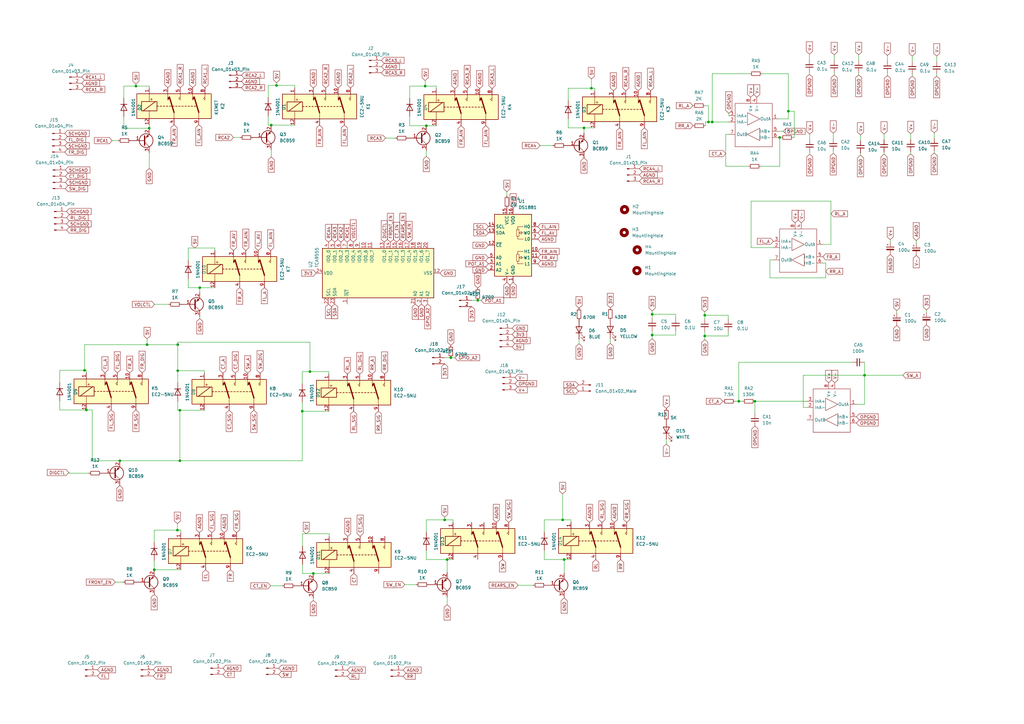
<source format=kicad_sch>
(kicad_sch (version 20230121) (generator eeschema)
  (paper "A3")
  (junction (at 267.462 128.905))
  (junction (at 73.787 168.275))
  (junction (at 323.342 45.593))
  (junction (at 309.626 164.592))
  (junction (at 111.252 51.308))
  (junction (at 174.879 51.562))
  (junction (at 354.584 153.924))
  (junction (at 49.149 188.976))
  (junction (at 267.462 137.414))
  (junction (at 55.753 35.306))
  (junction (at 34.671 151.892))
  (junction (at 231.394 229.489))
  (junction (at 319.786 56.388))
  (junction (at 183.388 229.489))
  (junction (at 292.1 50.038))
  (junction (at 289.052 129.286))
  (junction (at 73.787 188.976))
  (junction (at 72.898 152.019))
  (junction (at 113.411 35.052))
  (junction (at 289.052 137.795))
  (junction (at 35.433 168.148))
  (junction (at 61.214 52.578))
  (junction (at 230.759 213.233))
  (junction (at 195.961 123.19))
  (junction (at 128.524 235.204))
  (junction (at 81.915 117.983))
  (junction (at 72.771 217.424))
  (junction (at 127.127 152.4))
  (junction (at 123.952 168.656))
  (junction (at 72.898 141.351))
  (junction (at 184.912 146.685))
  (junction (at 182.372 213.233))
  (junction (at 303.022 164.592))
  (junction (at 242.57 36.195))
  (junction (at 63.246 233.68))
  (junction (at 239.522 52.451))
  (junction (at 290.576 50.038))
  (junction (at 174.371 35.306))
  (junction (at 60.325 141.351))
  (wire (pts (xy 315.7925 113.9728) (xy 315.7925 106.6068)))
  (wire (pts (xy 113.411 33.909) (xy 113.411 35.052)))
  (wire (pts (xy 370.332 153.924) (xy 354.584 153.924)))
  (wire (pts (xy 384.175 31.242) (xy 384.175 30.353)))
  (wire (pts (xy 63.373 124.841) (xy 69.215 124.841)))
  (wire (pts (xy 28.321 194.056) (xy 36.449 194.056)))
  (wire (pts (xy 309.626 164.592) (xy 309.626 169.672)))
  (wire (pts (xy 331.978 30.48) (xy 331.978 29.591)))
  (wire (pts (xy 174.879 61.722) (xy 174.879 64.135)))
  (wire (pts (xy 284.099 43.307) (xy 284.226 43.307)))
  (wire (pts (xy 289.052 137.795) (xy 298.704 137.795)))
  (wire (pts (xy 47.244 238.76) (xy 50.546 238.76)))
  (wire (pts (xy 123.952 188.976) (xy 73.787 188.976)))
  (wire (pts (xy 124.079 235.204) (xy 124.079 231.521)))
  (wire (pts (xy 50.8 47.879) (xy 50.8 52.578)))
  (wire (pts (xy 61.214 51.181) (xy 61.214 52.578)))
  (wire (pts (xy 230.759 202.565) (xy 230.759 213.233)))
  (wire (pts (xy 325.755 45.593) (xy 325.755 56.388)))
  (wire (pts (xy 174.879 229.489) (xy 183.388 229.489)))
  (wire (pts (xy 284.226 43.3323) (xy 284.1459 43.3323)))
  (wire (pts (xy 158.115 56.642) (xy 162.179 56.642)))
  (wire (pts (xy 338.6525 107.8768) (xy 338.6525 113.9728)))
  (wire (pts (xy 290.576 50.038) (xy 292.1 50.038)))
  (wire (pts (xy 185.801 213.233) (xy 185.801 214.249)))
  (wire (pts (xy 367.792 127.381) (xy 367.792 128.397)))
  (wire (pts (xy 374.142 31.242) (xy 374.142 30.353)))
  (wire (pts (xy 212.471 240.03) (xy 218.694 240.03)))
  (wire (pts (xy 292.1 30.226) (xy 292.1 50.038)))
  (wire (pts (xy 267.462 138.938) (xy 267.462 137.414)))
  (wire (pts (xy 73.787 168.275) (xy 73.787 188.976)))
  (wire (pts (xy 49.149 188.976) (xy 73.787 188.976)))
  (wire (pts (xy 72.898 168.275) (xy 72.898 164.592)))
  (wire (pts (xy 323.342 45.593) (xy 323.342 30.226)))
  (wire (pts (xy 28.321 193.802) (xy 28.321 194.056)))
  (wire (pts (xy 24.511 156.845) (xy 24.511 151.892)))
  (wire (pts (xy 338.6525 113.9728) (xy 315.7925 113.9728)))
  (wire (pts (xy 110.998 240.284) (xy 115.824 240.284)))
  (wire (pts (xy 24.511 151.892) (xy 34.671 151.892)))
  (wire (pts (xy 379.984 127.127) (xy 379.984 128.143)))
  (wire (pts (xy 50.8 35.306) (xy 55.753 35.306)))
  (wire (pts (xy 351.282 165.862) (xy 354.584 165.862)))
  (wire (pts (xy 111.252 51.308) (xy 109.982 51.308)))
  (wire (pts (xy 197.358 123.19) (xy 195.961 123.19)))
  (wire (pts (xy 168.021 35.306) (xy 174.371 35.306)))
  (wire (pts (xy 342.138 24.765) (xy 342.138 22.479)))
  (wire (pts (xy 362.585 63.246) (xy 362.585 62.357)))
  (wire (pts (xy 383.159 56.769) (xy 383.159 54.483)))
  (wire (pts (xy 63.246 233.68) (xy 74.168 233.68)))
  (wire (pts (xy 123.952 157.353) (xy 123.952 152.4)))
  (wire (pts (xy 63.246 217.424) (xy 72.771 217.424)))
  (wire (pts (xy 88.138 101.727) (xy 88.138 102.743)))
  (wire (pts (xy 83.82 152.019) (xy 83.82 153.035)))
  (wire (pts (xy 61.214 35.306) (xy 61.214 35.941)))
  (wire (pts (xy 174.879 229.489) (xy 174.879 225.806)))
  (wire (pts (xy 183.388 234.696) (xy 183.388 229.489)))
  (wire (pts (xy 301.498 164.592) (xy 303.022 164.592)))
  (wire (pts (xy 277.114 128.905) (xy 267.462 128.905)))
  (wire (pts (xy 323.342 30.226) (xy 312.547 30.226)))
  (wire (pts (xy 77.216 101.727) (xy 88.138 101.727)))
  (wire (pts (xy 45.974 57.658) (xy 48.514 57.658)))
  (wire (pts (xy 207.899 80.264) (xy 207.899 78.613)))
  (wire (pts (xy 237.49 140.97) (xy 237.49 139.065)))
  (wire (pts (xy 289.306 50.038) (xy 289.306 51.562)))
  (wire (pts (xy 243.967 36.195) (xy 243.967 37.211)))
  (wire (pts (xy 362.585 57.277) (xy 362.585 54.991)))
  (wire (pts (xy 83.82 168.275) (xy 73.787 168.275)))
  (wire (pts (xy 60.325 141.351) (xy 34.671 141.351)))
  (wire (pts (xy 317.1895 101.5268) (xy 308.0455 101.5268)))
  (wire (pts (xy 109.982 35.052) (xy 113.411 35.052)))
  (wire (pts (xy 352.171 24.765) (xy 352.171 22.479)))
  (wire (pts (xy 267.462 128.905) (xy 267.462 130.556)))
  (wire (pts (xy 239.522 52.451) (xy 233.045 52.451)))
  (wire (pts (xy 111.252 61.468) (xy 111.252 64.389)))
  (wire (pts (xy 109.982 51.308) (xy 109.982 47.625)))
  (wire (pts (xy 81.915 117.983) (xy 77.216 117.983)))
  (wire (pts (xy 319.278 48.768) (xy 323.342 48.768)))
  (wire (pts (xy 320.294 56.388) (xy 319.786 56.388)))
  (wire (pts (xy 352.933 63.627) (xy 352.933 62.738)))
  (wire (pts (xy 61.214 52.578) (xy 50.8 52.578)))
  (wire (pts (xy 384.175 25.273) (xy 384.175 22.987)))
  (wire (pts (xy 174.371 33.02) (xy 174.371 35.306)))
  (wire (pts (xy 303.022 148.59) (xy 303.022 164.592)))
  (wire (pts (xy 306.959 68.199) (xy 297.688 68.199)))
  (wire (pts (xy 72.771 217.424) (xy 74.168 217.424)))
  (wire (pts (xy 184.912 146.685) (xy 182.372 146.685)))
  (wire (pts (xy 73.787 168.275) (xy 72.898 168.275)))
  (wire (pts (xy 120.904 35.052) (xy 120.904 36.068)))
  (wire (pts (xy 233.045 36.195) (xy 242.57 36.195)))
  (wire (pts (xy 325.755 56.388) (xy 325.374 56.388)))
  (wire (pts (xy 183.388 229.489) (xy 185.801 229.489)))
  (wire (pts (xy 134.874 168.656) (xy 123.952 168.656)))
  (wire (pts (xy 77.216 114.3) (xy 77.216 117.983)))
  (wire (pts (xy 128.524 235.204) (xy 135.001 235.204)))
  (wire (pts (xy 373.507 57.15) (xy 373.507 54.864)))
  (wire (pts (xy 95.758 56.388) (xy 98.552 56.388)))
  (wire (pts (xy 120.904 51.308) (xy 111.252 51.308)))
  (wire (pts (xy 332.105 57.277) (xy 332.105 54.991)))
  (wire (pts (xy 182.372 212.09) (xy 182.372 213.233)))
  (wire (pts (xy 109.982 40.005) (xy 109.982 35.052)))
  (wire (pts (xy 178.943 51.562) (xy 174.879 51.562)))
  (wire (pts (xy 323.342 45.593) (xy 325.755 45.593)))
  (wire (pts (xy 340.8115 82.4768) (xy 340.8115 100.2568)))
  (wire (pts (xy 72.898 141.351) (xy 72.898 152.019)))
  (wire (pts (xy 223.266 218.186) (xy 223.266 213.233)))
  (wire (pts (xy 290.576 43.307) (xy 290.576 50.038)))
  (wire (pts (xy 127.127 152.4) (xy 134.874 152.4)))
  (wire (pts (xy 292.1 50.038) (xy 298.958 50.038)))
  (wire (pts (xy 60.325 141.351) (xy 72.898 141.351)))
  (wire (pts (xy 72.771 214.757) (xy 72.771 217.424)))
  (wire (pts (xy 50.8 40.259) (xy 50.8 35.306)))
  (wire (pts (xy 113.411 35.052) (xy 120.904 35.052)))
  (wire (pts (xy 267.462 127.508) (xy 267.462 128.905)))
  (wire (pts (xy 134.874 152.4) (xy 134.874 153.416)))
  (wire (pts (xy 174.879 51.562) (xy 168.021 51.562)))
  (wire (pts (xy 242.57 32.385) (xy 242.57 36.195)))
  (wire (pts (xy 289.052 137.795) (xy 289.052 136.017)))
  (wire (pts (xy 35.433 168.148) (xy 37.846 168.148)))
  (wire (pts (xy 303.022 164.592) (xy 304.546 164.592)))
  (wire (pts (xy 273.304 182.118) (xy 273.304 180.213)))
  (wire (pts (xy 363.982 25.019) (xy 363.982 22.733)))
  (wire (pts (xy 124.079 235.204) (xy 128.524 235.204)))
  (wire (pts (xy 37.846 188.976) (xy 37.846 168.148)))
  (wire (pts (xy 374.142 25.273) (xy 374.142 22.987)))
  (wire (pts (xy 329.438 153.924) (xy 354.584 153.924)))
  (wire (pts (xy 267.462 137.414) (xy 277.114 137.414)))
  (wire (pts (xy 221.488 59.69) (xy 226.822 59.69)))
  (wire (pts (xy 330.962 167.132) (xy 329.438 167.132)))
  (wire (pts (xy 303.022 148.59) (xy 349.504 148.59)))
  (wire (pts (xy 242.57 36.195) (xy 243.967 36.195)))
  (wire (pts (xy 74.168 217.424) (xy 74.168 218.44)))
  (wire (pts (xy 298.704 129.286) (xy 289.052 129.286)))
  (wire (pts (xy 182.372 213.233) (xy 185.801 213.233)))
  (wire (pts (xy 284.226 43.307) (xy 284.226 43.3323)))
  (wire (pts (xy 77.216 106.68) (xy 77.216 101.727)))
  (wire (pts (xy 123.952 168.656) (xy 123.952 188.976)))
  (wire (pts (xy 383.159 62.738) (xy 383.159 61.849)))
  (wire (pts (xy 61.214 62.738) (xy 61.214 69.088)))
  (wire (pts (xy 183.388 244.856) (xy 183.388 248.031)))
  (wire (pts (xy 81.915 130.683) (xy 81.915 129.921)))
  (wire (pts (xy 35.433 151.892) (xy 35.433 152.908)))
  (wire (pts (xy 124.079 223.901) (xy 124.079 218.948)))
  (wire (pts (xy 223.266 213.233) (xy 230.759 213.233)))
  (wire (pts (xy 72.898 156.972) (xy 72.898 152.019)))
  (wire (pts (xy 186.563 146.685) (xy 184.912 146.685)))
  (wire (pts (xy 168.021 47.879) (xy 168.021 51.562)))
  (wire (pts (xy 123.952 168.656) (xy 123.952 164.973)))
  (wire (pts (xy 289.052 127.889) (xy 289.052 129.286)))
  (wire (pts (xy 37.846 188.976) (xy 49.149 188.976)))
  (wire (pts (xy 243.967 52.451) (xy 239.522 52.451)))
  (wire (pts (xy 127.127 140.335) (xy 72.898 140.335)))
  (wire (pts (xy 165.989 239.776) (xy 170.688 239.776)))
  (wire (pts (xy 231.394 229.489) (xy 234.188 229.489)))
  (wire (pts (xy 230.759 213.233) (xy 234.188 213.233)))
  (wire (pts (xy 331.978 24.511) (xy 331.978 22.225)))
  (wire (pts (xy 341.757 56.896) (xy 341.757 54.61)))
  (wire (pts (xy 174.879 213.233) (xy 182.372 213.233)))
  (wire (pts (xy 319.278 53.848) (xy 321.31 53.848)))
  (wire (pts (xy 289.306 50.038) (xy 290.576 50.038)))
  (wire (pts (xy 292.1 30.226) (xy 307.467 30.226)))
  (wire (pts (xy 63.246 233.68) (xy 63.246 229.997)))
  (wire (pts (xy 365.125 98.298) (xy 365.125 99.314)))
  (wire (pts (xy 234.188 213.233) (xy 234.188 214.249)))
  (wire (pts (xy 174.371 35.306) (xy 178.943 35.306)))
  (wire (pts (xy 277.114 137.414) (xy 277.114 135.636)))
  (wire (pts (xy 24.511 168.148) (xy 24.511 164.465)))
  (wire (pts (xy 308.0455 82.4768) (xy 340.8115 82.4768)))
  (wire (pts (xy 267.462 137.414) (xy 267.462 135.636)))
  (wire (pts (xy 315.7925 106.6068) (xy 317.1895 106.6068)))
  (wire (pts (xy 34.671 151.892) (xy 35.433 151.892)))
  (wire (pts (xy 231.394 229.489) (xy 231.394 234.95)))
  (wire (pts (xy 233.045 52.451) (xy 233.045 48.768)))
  (wire (pts (xy 289.052 139.319) (xy 289.052 137.795)))
  (wire (pts (xy 297.688 55.118) (xy 298.958 55.118)))
  (wire (pts (xy 329.438 167.132) (xy 329.438 153.924)))
  (wire (pts (xy 352.171 30.734) (xy 352.171 29.845)))
  (wire (pts (xy 81.915 119.761) (xy 81.915 117.983)))
  (wire (pts (xy 352.933 57.658) (xy 352.933 55.372)))
  (wire (pts (xy 341.757 62.865) (xy 341.757 61.976)))
  (wire (pts (xy 223.266 229.489) (xy 223.266 225.806)))
  (wire (pts (xy 337.5095 107.8768) (xy 338.6525 107.8768)))
  (wire (pts (xy 375.793 98.679) (xy 375.793 99.695)))
  (wire (pts (xy 363.982 30.988) (xy 363.982 30.099)))
  (wire (pts (xy 88.138 117.983) (xy 81.915 117.983)))
  (wire (pts (xy 298.704 130.937) (xy 298.704 129.286)))
  (wire (pts (xy 135.001 218.948) (xy 135.001 219.964)))
  (wire (pts (xy 250.317 140.843) (xy 250.317 138.938)))
  (wire (pts (xy 195.961 123.19) (xy 193.421 123.19)))
  (wire (pts (xy 233.045 41.148) (xy 233.045 36.195)))
  (wire (pts (xy 60.325 138.938) (xy 60.325 141.351)))
  (wire (pts (xy 289.179 43.307) (xy 290.576 43.307)))
  (wire (pts (xy 72.898 152.019) (xy 83.82 152.019)))
  (wire (pts (xy 123.952 152.4) (xy 127.127 152.4)))
  (wire (pts (xy 337.5095 100.2568) (xy 340.8115 100.2568)))
  (wire (pts (xy 319.786 56.388) (xy 319.786 68.199)))
  (wire (pts (xy 28.194 193.802) (xy 28.321 193.802)))
  (wire (pts (xy 55.753 35.306) (xy 61.214 35.306)))
  (wire (pts (xy 239.522 54.61) (xy 239.522 52.451)))
  (wire (pts (xy 55.753 34.417) (xy 55.753 35.306)))
  (wire (pts (xy 319.786 56.388) (xy 319.278 56.388)))
  (wire (pts (xy 312.039 68.199) (xy 319.786 68.199)))
  (wire (pts (xy 174.879 218.186) (xy 174.879 213.233)))
  (wire (pts (xy 354.584 148.59) (xy 354.584 153.924)))
  (wire (pts (xy 309.626 164.592) (xy 330.962 164.592)))
  (wire (pts (xy 127.127 152.4) (xy 127.127 140.335)))
  (wire (pts (xy 24.511 168.148) (xy 35.433 168.148)))
  (wire (pts (xy 289.052 129.286) (xy 289.052 130.937)))
  (wire (pts (xy 308.0455 101.5268) (xy 308.0455 82.4768)))
  (wire (pts (xy 63.246 222.377) (xy 63.246 217.424)))
  (wire (pts (xy 298.704 137.795) (xy 298.704 136.017)))
  (wire (pts (xy 168.021 40.259) (xy 168.021 35.306)))
  (wire (pts (xy 297.688 68.199) (xy 297.688 55.118)))
  (wire (pts (xy 72.898 140.335) (xy 72.898 141.351)))
  (wire (pts (xy 342.138 30.734) (xy 342.138 29.845)))
  (wire (pts (xy 178.943 35.306) (xy 178.943 36.322)))
  (wire (pts (xy 354.584 153.924) (xy 354.584 165.862)))
  (wire (pts (xy 332.105 63.246) (xy 332.105 62.357)))
  (wire (pts (xy 277.114 130.556) (xy 277.114 128.905)))
  (wire (pts (xy 373.507 63.119) (xy 373.507 62.23)))
  (wire (pts (xy 298.958 46.482) (xy 298.958 47.498)))
  (wire (pts (xy 124.079 218.948) (xy 135.001 218.948)))
  (wire (pts (xy 34.671 141.351) (xy 34.671 151.892)))
  (wire (pts (xy 128.524 246.253) (xy 128.524 245.364)))
  (wire (pts (xy 223.266 229.489) (xy 231.394 229.489)))
  (wire (pts (xy 323.342 48.768) (xy 323.342 45.593)))
  (global_label "AGND" (shape input) (at 91.44 274.066 0) (property "Intersheetrefs" "${INTERSHEET_REFS}" (effects hide)))
  (global_label "RCA1" (shape input) (at 45.974 57.658 180) (property "Intersheetrefs" "${INTERSHEET_REFS}" (effects hide)))
  (global_label "V-" (shape input) (at 342.392 156.972 90) (property "Intersheetrefs" "${INTERSHEET_REFS}" (effects hide)))
  (global_label "AGND" (shape input) (at 142.494 274.828 0) (property "Intersheetrefs" "${INTERSHEET_REFS}" (effects hide)))
  (global_label "3V3" (shape input) (at 379.984 127.127 90) (property "Intersheetrefs" "${INTERSHEET_REFS}" (effects hide)))
  (global_label "RCA3" (shape input) (at 158.115 56.642 180) (property "Intersheetrefs" "${INTERSHEET_REFS}" (effects hide)))
  (global_label "5CHGND" (shape input) (at 27.305 86.741 0) (property "Intersheetrefs" "${INTERSHEET_REFS}" (effects hide)))
  (global_label "GND" (shape input) (at 200.279 110.744 180) (property "Intersheetrefs" "${INTERSHEET_REFS}" (effects hide)))
  (global_label "RCA4_L" (shape input) (at 266.827 37.211 90) (property "Intersheetrefs" "${INTERSHEET_REFS}" (effects hide)))
  (global_label "FL_A" (shape input) (at 108.458 117.983 270) (property "Intersheetrefs" "${INTERSHEET_REFS}" (effects hide)))
  (global_label "AGND" (shape input) (at 142.621 219.964 90) (property "Intersheetrefs" "${INTERSHEET_REFS}" (effects hide)))
  (global_label "3V3" (shape input) (at 193.421 125.73 270) (property "Intersheetrefs" "${INTERSHEET_REFS}" (effects hide)))
  (global_label "5V" (shape input) (at 55.753 34.417 90) (property "Intersheetrefs" "${INTERSHEET_REFS}" (effects hide)))
  (global_label "GND" (shape input) (at 63.246 243.84 270) (property "Intersheetrefs" "${INTERSHEET_REFS}" (effects hide)))
  (global_label "5CHGND" (shape input) (at 26.797 74.803 0) (property "Intersheetrefs" "${INTERSHEET_REFS}" (effects hide)))
  (global_label "3V3" (shape input) (at 182.372 149.225 270) (property "Intersheetrefs" "${INTERSHEET_REFS}" (effects hide)))
  (global_label "GND" (shape input) (at 367.792 133.477 270) (property "Intersheetrefs" "${INTERSHEET_REFS}" (effects hide)))
  (global_label "V+" (shape input) (at 352.933 55.372 90) (property "Intersheetrefs" "${INTERSHEET_REFS}" (effects hide)))
  (global_label "GND" (shape input) (at 250.317 140.843 270) (property "Intersheetrefs" "${INTERSHEET_REFS}" (effects hide)))
  (global_label "GND" (shape input) (at 239.522 64.77 270) (property "Intersheetrefs" "${INTERSHEET_REFS}" (effects hide)))
  (global_label "5V" (shape input) (at 210.058 142.24 0) (property "Intersheetrefs" "${INTERSHEET_REFS}" (effects hide)))
  (global_label "CT_EN" (shape input) (at 110.998 240.284 180) (property "Intersheetrefs" "${INTERSHEET_REFS}" (effects hide)))
  (global_label "SW_DIG" (shape input) (at 106.68 153.035 90) (property "Intersheetrefs" "${INTERSHEET_REFS}" (effects hide)))
  (global_label "REARS_EN" (shape input) (at 212.471 240.03 180) (property "Intersheetrefs" "${INTERSHEET_REFS}" (effects hide)))
  (global_label "5V" (shape input) (at 207.899 78.613 90) (property "Intersheetrefs" "${INTERSHEET_REFS}" (effects hide)))
  (global_label "AGND" (shape input) (at 81.788 218.44 90) (property "Intersheetrefs" "${INTERSHEET_REFS}" (effects hide)))
  (global_label "RCA2_L" (shape input) (at 143.764 36.068 90) (property "Intersheetrefs" "${INTERSHEET_REFS}" (effects hide)))
  (global_label "RCA4_R" (shape input) (at 256.667 37.211 90) (property "Intersheetrefs" "${INTERSHEET_REFS}" (effects hide)))
  (global_label "GND" (shape input) (at 379.984 133.223 270) (property "Intersheetrefs" "${INTERSHEET_REFS}" (effects hide)))
  (global_label "5V" (shape input) (at 79.883 101.727 90) (property "Intersheetrefs" "${INTERSHEET_REFS}" (effects hide)))
  (global_label "FR_AV" (shape input) (at 95.758 102.743 90) (property "Intersheetrefs" "${INTERSHEET_REFS}" (effects hide)))
  (global_label "AGND" (shape input) (at 68.834 35.941 90) (property "Intersheetrefs" "${INTERSHEET_REFS}" (effects hide)))
  (global_label "FL_AIN" (shape input) (at 141.224 51.308 270) (property "Intersheetrefs" "${INTERSHEET_REFS}" (effects hide)))
  (global_label "RCA2_L" (shape input) (at 99.06 30.861 0) (property "Intersheetrefs" "${INTERSHEET_REFS}" (effects hide)))
  (global_label "3V3" (shape input) (at 210.439 85.344 90) (property "Intersheetrefs" "${INTERSHEET_REFS}" (effects hide)))
  (global_label "3V3" (shape input) (at 250.317 126.238 90) (property "Intersheetrefs" "${INTERSHEET_REFS}" (effects hide)))
  (global_label "5V" (shape input) (at 125.603 218.948 90) (property "Intersheetrefs" "${INTERSHEET_REFS}" (effects hide)))
  (global_label "GND" (shape input) (at 184.912 141.605 90) (property "Intersheetrefs" "${INTERSHEET_REFS}" (effects hide)))
  (global_label "CT_A" (shape input) (at 296.418 164.592 180) (property "Intersheetrefs" "${INTERSHEET_REFS}" (effects hide)))
  (global_label "RL_A" (shape input) (at 284.1459 43.3323 180) (property "Intersheetrefs" "${INTERSHEET_REFS}" (effects hide)))
  (global_label "GND" (shape input) (at 210.058 134.62 0) (property "Intersheetrefs" "${INTERSHEET_REFS}" (effects hide)))
  (global_label "RCA3_L" (shape input) (at 156.464 24.765 0) (property "Intersheetrefs" "${INTERSHEET_REFS}" (effects hide)))
  (global_label "3V3" (shape input) (at 129.667 112.014 180) (property "Intersheetrefs" "${INTERSHEET_REFS}" (effects hide)))
  (global_label "AGND" (shape input) (at 375.793 98.679 90) (property "Intersheetrefs" "${INTERSHEET_REFS}" (effects hide)))
  (global_label "VOLCTL" (shape input) (at 63.373 124.841 180) (property "Intersheetrefs" "${INTERSHEET_REFS}" (effects hide)))
  (global_label "FL_A" (shape input) (at 43.053 152.908 90) (property "Intersheetrefs" "${INTERSHEET_REFS}" (effects hide)))
  (global_label "CT_A" (shape input) (at 297.688 62.992 180) (property "Intersheetrefs" "${INTERSHEET_REFS}" (effects hide)))
  (global_label "AGND" (shape input) (at 203.581 214.249 90) (property "Intersheetrefs" "${INTERSHEET_REFS}" (effects hide)))
  (global_label "V+" (shape input) (at 273.304 167.513 90) (property "Intersheetrefs" "${INTERSHEET_REFS}" (effects hide)))
  (global_label "5V" (shape input) (at 182.372 212.09 90) (property "Intersheetrefs" "${INTERSHEET_REFS}" (effects hide)))
  (global_label "AGND" (shape input) (at 62.865 274.701 0) (property "Intersheetrefs" "${INTERSHEET_REFS}" (effects hide)))
  (global_label "GND" (shape input) (at 231.394 245.237 270) (property "Intersheetrefs" "${INTERSHEET_REFS}" (effects hide)))
  (global_label "V+" (shape input) (at 307.848 39.878 90) (property "Intersheetrefs" "${INTERSHEET_REFS}" (effects hide)))
  (global_label "SCL" (shape input) (at 200.279 92.964 180) (property "Intersheetrefs" "${INTERSHEET_REFS}" (effects hide)))
  (global_label "RL_DIG" (shape input) (at 27.305 89.281 0) (property "Intersheetrefs" "${INTERSHEET_REFS}" (effects hide)))
  (global_label "FL_A" (shape input) (at 317.1895 98.9868 180) (property "Intersheetrefs" "${INTERSHEET_REFS}" (effects hide)))
  (global_label "GND" (shape input) (at 128.524 246.253 270) (property "Intersheetrefs" "${INTERSHEET_REFS}" (effects hide)))
  (global_label "FR_AIN" (shape input) (at 220.599 103.124 0) (property "Intersheetrefs" "${INTERSHEET_REFS}" (effects hide)))
  (global_label "GND" (shape input) (at 49.149 199.136 270) (property "Intersheetrefs" "${INTERSHEET_REFS}" (effects hide)))
  (global_label "OPGND" (shape input) (at 332.105 63.246 270) (property "Intersheetrefs" "${INTERSHEET_REFS}" (effects hide)))
  (global_label "RCA1" (shape input) (at 142.367 99.314 90) (property "Intersheetrefs" "${INTERSHEET_REFS}" (effects hide)))
  (global_label "OPGND" (shape input) (at 352.933 63.627 270) (property "Intersheetrefs" "${INTERSHEET_REFS}" (effects hide)))
  (global_label "5V" (shape input) (at 113.411 33.909 90) (property "Intersheetrefs" "${INTERSHEET_REFS}" (effects hide)))
  (global_label "SW" (shape input) (at 114.3 276.606 0) (property "Intersheetrefs" "${INTERSHEET_REFS}" (effects hide)))
  (global_label "RCA1_R" (shape input) (at 73.914 35.941 90) (property "Intersheetrefs" "${INTERSHEET_REFS}" (effects hide)))
  (global_label "OPGND" (shape input) (at 309.626 174.752 270) (property "Intersheetrefs" "${INTERSHEET_REFS}" (effects hide)))
  (global_label "OPGND" (shape input) (at 351.282 170.942 0) (property "Intersheetrefs" "${INTERSHEET_REFS}" (effects hide)))
  (global_label "5V" (shape input) (at 367.792 127.381 90) (property "Intersheetrefs" "${INTERSHEET_REFS}" (effects hide)))
  (global_label "FR_A" (shape input) (at 53.213 152.908 90) (property "Intersheetrefs" "${INTERSHEET_REFS}" (effects hide)))
  (global_label "GPIO_A2" (shape input) (at 175.387 124.714 270) (property "Intersheetrefs" "${INTERSHEET_REFS}" (effects hide)))
  (global_label "RCA2_R" (shape input) (at 133.604 36.068 90) (property "Intersheetrefs" "${INTERSHEET_REFS}" (effects hide)))
  (global_label "SCL" (shape input) (at 237.236 160.401 180) (property "Intersheetrefs" "${INTERSHEET_REFS}" (effects hide)))
  (global_label "AGND" (shape input) (at 91.948 218.44 90) (property "Intersheetrefs" "${INTERSHEET_REFS}" (effects hide)))
  (global_label "FL_AIN" (shape input) (at 220.599 92.964 0) (property "Intersheetrefs" "${INTERSHEET_REFS}" (effects hide)))
  (global_label "RCA4_R" (shape input) (at 262.255 74.295 0) (property "Intersheetrefs" "${INTERSHEET_REFS}" (effects hide)))
  (global_label "FR_DIG" (shape input) (at 26.543 62.357 0) (property "Intersheetrefs" "${INTERSHEET_REFS}" (effects hide)))
  (global_label "CT_DIG" (shape input) (at 26.797 72.263 0) (property "Intersheetrefs" "${INTERSHEET_REFS}" (effects hide)))
  (global_label "RCA3_R" (shape input) (at 191.643 36.322 90) (property "Intersheetrefs" "${INTERSHEET_REFS}" (effects hide)))
  (global_label "CT" (shape input) (at 91.44 276.606 0) (property "Intersheetrefs" "${INTERSHEET_REFS}" (effects hide)))
  (global_label "AGND" (shape input) (at 33.528 34.163 0) (property "Intersheetrefs" "${INTERSHEET_REFS}" (effects hide)))
  (global_label "FR_SIG" (shape input) (at 55.753 168.148 270) (property "Intersheetrefs" "${INTERSHEET_REFS}" (effects hide)))
  (global_label "RR_A" (shape input) (at 338.6525 111.3058 0) (property "Intersheetrefs" "${INTERSHEET_REFS}" (effects hide)))
  (global_label "DIGCTL" (shape input) (at 157.607 99.314 90) (property "Intersheetrefs" "${INTERSHEET_REFS}" (effects hide)))
  (global_label "SDA" (shape input) (at 137.287 124.714 270) (property "Intersheetrefs" "${INTERSHEET_REFS}" (effects hide)))
  (global_label "FR_AV" (shape input) (at 220.599 105.664 0) (property "Intersheetrefs" "${INTERSHEET_REFS}" (effects hide)))
  (global_label "RCA4_L" (shape input) (at 262.255 69.215 0) (property "Intersheetrefs" "${INTERSHEET_REFS}" (effects hide)))
  (global_label "RCA1_R" (shape input) (at 33.528 36.703 0) (property "Intersheetrefs" "${INTERSHEET_REFS}" (effects hide)))
  (global_label "FL_AIN" (shape input) (at 199.263 51.562 270) (property "Intersheetrefs" "${INTERSHEET_REFS}" (effects hide)))
  (global_label "GND" (shape input) (at 172.847 124.714 270) (property "Intersheetrefs" "${INTERSHEET_REFS}" (effects hide)))
  (global_label "5V" (shape input) (at 174.371 33.02 90) (property "Intersheetrefs" "${INTERSHEET_REFS}" (effects hide)))
  (global_label "V+" (shape input) (at 332.105 54.991 90) (property "Intersheetrefs" "${INTERSHEET_REFS}" (effects hide)))
  (global_label "3V3" (shape input) (at 267.462 127.508 90) (property "Intersheetrefs" "${INTERSHEET_REFS}" (effects hide)))
  (global_label "V+" (shape input) (at 339.852 156.972 90) (property "Intersheetrefs" "${INTERSHEET_REFS}" (effects hide)))
  (global_label "V+" (shape input) (at 342.138 22.479 90) (property "Intersheetrefs" "${INTERSHEET_REFS}" (effects hide)))
  (global_label "FL_AIN" (shape input) (at 110.998 102.743 90) (property "Intersheetrefs" "${INTERSHEET_REFS}" (effects hide)))
  (global_label "SCL" (shape input) (at 134.747 124.714 270) (property "Intersheetrefs" "${INTERSHEET_REFS}" (effects hide)))
  (global_label "AGND" (shape input) (at 251.587 37.211 90) (property "Intersheetrefs" "${INTERSHEET_REFS}" (effects hide)))
  (global_label "OPGND" (shape input) (at 352.171 30.734 270) (property "Intersheetrefs" "${INTERSHEET_REFS}" (effects hide)))
  (global_label "RL_SIG" (shape input) (at 145.034 168.656 270) (property "Intersheetrefs" "${INTERSHEET_REFS}" (effects hide)))
  (global_label "5CHGND" (shape input) (at 26.543 59.817 0) (property "Intersheetrefs" "${INTERSHEET_REFS}" (effects hide)))
  (global_label "V-" (shape input) (at 374.142 22.987 90) (property "Intersheetrefs" "${INTERSHEET_REFS}" (effects hide)))
  (global_label "FL_AV" (shape input) (at 105.918 102.743 90) (property "Intersheetrefs" "${INTERSHEET_REFS}" (effects hide)))
  (global_label "AGND" (shape input) (at 262.255 71.755 0) (property "Intersheetrefs" "${INTERSHEET_REFS}" (effects hide)))
  (global_label "5V" (shape input) (at 60.325 138.938 90) (property "Intersheetrefs" "${INTERSHEET_REFS}" (effects hide)))
  (global_label "FR_A" (shape input) (at 337.5095 105.3368 0) (property "Intersheetrefs" "${INTERSHEET_REFS}" (effects hide)))
  (global_label "CT_DIG" (shape input) (at 96.52 153.035 90) (property "Intersheetrefs" "${INTERSHEET_REFS}" (effects hide)))
  (global_label "RCA2" (shape input) (at 139.827 99.314 90) (property "Intersheetrefs" "${INTERSHEET_REFS}" (effects hide)))
  (global_label "OPGND" (shape input) (at 362.585 63.246 270) (property "Intersheetrefs" "${INTERSHEET_REFS}" (effects hide)))
  (global_label "GND" (shape input) (at 174.879 64.135 270) (property "Intersheetrefs" "${INTERSHEET_REFS}" (effects hide)))
  (global_label "GND" (shape input) (at 170.307 124.714 270) (property "Intersheetrefs" "${INTERSHEET_REFS}" (effects hide)))
  (global_label "V-" (shape input) (at 375.793 104.775 270) (property "Intersheetrefs" "${INTERSHEET_REFS}" (effects hide)))
  (global_label "RCA1_L" (shape input) (at 33.528 31.623 0) (property "Intersheetrefs" "${INTERSHEET_REFS}" (effects hide)))
  (global_label "RR_SIG" (shape input) (at 155.194 168.656 270) (property "Intersheetrefs" "${INTERSHEET_REFS}" (effects hide)))
  (global_label "CT_EN" (shape input) (at 162.687 99.314 90) (property "Intersheetrefs" "${INTERSHEET_REFS}" (effects hide)))
  (global_label "FL_AIN" (shape input) (at 81.534 51.181 270) (property "Intersheetrefs" "${INTERSHEET_REFS}" (effects hide)))
  (global_label "CT_A" (shape input) (at 91.44 153.035 90) (property "Intersheetrefs" "${INTERSHEET_REFS}" (effects hide)))
  (global_label "5CHGND" (shape input) (at 27.305 91.821 0) (property "Intersheetrefs" "${INTERSHEET_REFS}" (effects hide)))
  (global_label "GND" (shape input) (at 180.467 112.014 0) (property "Intersheetrefs" "${INTERSHEET_REFS}" (effects hide)))
  (global_label "DIGCTL" (shape input) (at 28.194 193.802 180) (property "Intersheetrefs" "${INTERSHEET_REFS}" (effects hide)))
  (global_label "RCA1_L" (shape input) (at 84.074 35.941 90) (property "Intersheetrefs" "${INTERSHEET_REFS}" (effects hide)))
  (global_label "AGND" (shape input) (at 99.06 33.401 0) (property "Intersheetrefs" "${INTERSHEET_REFS}" (effects hide)))
  (global_label "V-" (shape input) (at 341.757 54.61 90) (property "Intersheetrefs" "${INTERSHEET_REFS}" (effects hide)))
  (global_label "SDA" (shape input) (at 237.236 157.861 180) (property "Intersheetrefs" "${INTERSHEET_REFS}" (effects hide)))
  (global_label "AGND" (shape input) (at 186.563 36.322 90) (property "Intersheetrefs" "${INTERSHEET_REFS}" (effects hide)))
  (global_label "AGND" (shape input) (at 261.747 37.211 90) (property "Intersheetrefs" "${INTERSHEET_REFS}" (effects hide)))
  (global_label "RL_SIG" (shape input) (at 246.888 214.249 90) (property "Intersheetrefs" "${INTERSHEET_REFS}" (effects hide)))
  (global_label "RR_A" (shape input) (at 152.654 153.416 90) (property "Intersheetrefs" "${INTERSHEET_REFS}" (effects hide)))
  (global_label "V+" (shape input) (at 211.201 159.893 0) (property "Intersheetrefs" "${INTERSHEET_REFS}" (effects hide)))
  (global_label "SW_A" (shape input) (at 370.332 153.924 0) (property "Intersheetrefs" "${INTERSHEET_REFS}" (effects hide)))
  (global_label "AGND" (shape input) (at 114.3 274.066 0) (property "Intersheetrefs" "${INTERSHEET_REFS}" (effects hide)))
  (global_label "OPGND" (shape input) (at 351.282 173.482 0) (property "Intersheetrefs" "${INTERSHEET_REFS}" (effects hide)))
  (global_label "5CHGND" (shape input) (at 26.797 69.723 0) (property "Intersheetrefs" "${INTERSHEET_REFS}" (effects hide)))
  (global_label "AGND" (shape input) (at 220.599 108.204 0) (property "Intersheetrefs" "${INTERSHEET_REFS}" (effects hide)))
  (global_label "5V" (shape input) (at 237.49 126.365 90) (property "Intersheetrefs" "${INTERSHEET_REFS}" (effects hide)))
  (global_label "V-" (shape input) (at 384.175 22.987 90) (property "Intersheetrefs" "${INTERSHEET_REFS}" (effects hide)))
  (global_label "OPGND" (shape input) (at 374.142 31.242 270) (property "Intersheetrefs" "${INTERSHEET_REFS}" (effects hide)))
  (global_label "5V" (shape input) (at 230.759 202.565 90) (property "Intersheetrefs" "${INTERSHEET_REFS}" (effects hide)))
  (global_label "FR_SIG" (shape input) (at 97.028 218.44 90) (property "Intersheetrefs" "${INTERSHEET_REFS}" (effects hide)))
  (global_label "V-" (shape input) (at 273.304 182.118 270) (property "Intersheetrefs" "${INTERSHEET_REFS}" (effects hide)))
  (global_label "SW_SIG" (shape input) (at 208.661 214.249 90) (property "Intersheetrefs" "${INTERSHEET_REFS}" (effects hide)))
  (global_label "FL_DIG" (shape input) (at 48.133 152.908 90) (property "Intersheetrefs" "${INTERSHEET_REFS}" (effects hide)))
  (global_label "GND" (shape input) (at 81.915 130.683 270) (property "Intersheetrefs" "${INTERSHEET_REFS}" (effects hide)))
  (global_label "AGND" (shape input) (at 138.684 36.068 90) (property "Intersheetrefs" "${INTERSHEET_REFS}" (effects hide)))
  (global_label "GND" (shape input) (at 267.462 138.938 270) (property "Intersheetrefs" "${INTERSHEET_REFS}" (effects hide)))
  (global_label "RCA3_L" (shape input) (at 201.803 36.322 90) (property "Intersheetrefs" "${INTERSHEET_REFS}" (effects hide)))
  (global_label "OPGND" (shape input) (at 298.958 46.482 90) (property "Intersheetrefs" "${INTERSHEET_REFS}" (effects hide)))
  (global_label "OPGND" (shape input) (at 363.982 30.988 270) (property "Intersheetrefs" "${INTERSHEET_REFS}" (effects hide)))
  (global_label "GND" (shape input) (at 200.279 105.664 180) (property "Intersheetrefs" "${INTERSHEET_REFS}" (effects hide)))
  (global_label "AGND" (shape input) (at 251.968 214.249 90) (property "Intersheetrefs" "${INTERSHEET_REFS}" (effects hide)))
  (global_label "GPIO_A2" (shape input) (at 186.563 146.685 0) (property "Intersheetrefs" "${INTERSHEET_REFS}" (effects hide)))
  (global_label "GND" (shape input) (at 210.439 115.824 270) (property "Intersheetrefs" "${INTERSHEET_REFS}" (effects hide)))
  (global_label "FR" (shape input) (at 94.488 233.68 270) (property "Intersheetrefs" "${INTERSHEET_REFS}" (effects hide)))
  (global_label "FR_AIN" (shape input) (at 71.374 51.181 270) (property "Intersheetrefs" "${INTERSHEET_REFS}" (effects hide)))
  (global_label "V-" (shape input) (at 328.6195 91.3668 90) (property "Intersheetrefs" "${INTERSHEET_REFS}" (effects hide)))
  (global_label "FL_DIG" (shape input) (at 26.543 57.277 0) (property "Intersheetrefs" "${INTERSHEET_REFS}" (effects hide)))
  (global_label "AGND" (shape input) (at 196.723 36.322 90) (property "Intersheetrefs" "${INTERSHEET_REFS}" (effects hide)))
  (global_label "AGND" (shape input) (at 241.808 214.249 90) (property "Intersheetrefs" "${INTERSHEET_REFS}" (effects hide)))
  (global_label "FR_AIN" (shape input) (at 254.127 52.451 270) (property "Intersheetrefs" "${INTERSHEET_REFS}" (effects hide)))
  (global_label "REARS_EN" (shape input) (at 165.227 99.314 90) (property "Intersheetrefs" "${INTERSHEET_REFS}" (effects hide)))
  (global_label "SW_SIG" (shape input) (at 104.14 168.275 270) (property "Intersheetrefs" "${INTERSHEET_REFS}" (effects hide)))
  (global_label "GND" (shape input) (at 61.214 69.088 270) (property "Intersheetrefs" "${INTERSHEET_REFS}" (effects hide)))
  (global_label "CT_SIG" (shape input) (at 147.701 219.964 90) (property "Intersheetrefs" "${INTERSHEET_REFS}" (effects hide)))
  (global_label "VOLCTL" (shape input) (at 144.907 99.314 90) (property "Intersheetrefs" "${INTERSHEET_REFS}" (effects hide)))
  (global_label "OPGND" (shape input) (at 383.159 62.738 270) (property "Intersheetrefs" "${INTERSHEET_REFS}" (effects hide)))
  (global_label "GND" (shape input) (at 289.052 139.319 270) (property "Intersheetrefs" "${INTERSHEET_REFS}" (effects hide)))
  (global_label "FR_AIN" (shape input) (at 189.103 51.562 270) (property "Intersheetrefs" "${INTERSHEET_REFS}" (effects hide)))
  (global_label "RCA2_R" (shape input) (at 99.06 35.941 0) (property "Intersheetrefs" "${INTERSHEET_REFS}" (effects hide)))
  (global_label "RR_DIG" (shape input) (at 157.734 153.416 90) (property "Intersheetrefs" "${INTERSHEET_REFS}" (effects hide)))
  (global_label "FR_AIN" (shape input) (at 131.064 51.308 270) (property "Intersheetrefs" "${INTERSHEET_REFS}" (effects hide)))
  (global_label "FL_SIG" (shape input) (at 86.868 218.44 90) (property "Intersheetrefs" "${INTERSHEET_REFS}" (effects hide)))
  (global_label "GND" (shape input) (at 111.252 64.389 270) (property "Intersheetrefs" "${INTERSHEET_REFS}" (effects hide)))
  (global_label "FR_A" (shape input) (at 98.298 117.983 270) (property "Intersheetrefs" "${INTERSHEET_REFS}" (effects hide)))
  (global_label "FRONT_EN" (shape input) (at 47.244 238.76 180) (property "Intersheetrefs" "${INTERSHEET_REFS}" (effects hide)))
  (global_label "OPGND" (shape input) (at 384.175 31.242 270) (property "Intersheetrefs" "${INTERSHEET_REFS}" (effects hide)))
  (global_label "FL" (shape input) (at 84.328 233.68 270) (property "Intersheetrefs" "${INTERSHEET_REFS}" (effects hide)))
  (global_label "FL" (shape input) (at 40.005 277.241 0) (property "Intersheetrefs" "${INTERSHEET_REFS}" (effects hide)))
  (global_label "AGND" (shape input) (at 128.524 36.068 90) (property "Intersheetrefs" "${INTERSHEET_REFS}" (effects hide)))
  (global_label "FL_AIN" (shape input) (at 264.287 52.451 270) (property "Intersheetrefs" "${INTERSHEET_REFS}" (effects hide)))
  (global_label "RR_SIG" (shape input) (at 257.048 214.249 90) (property "Intersheetrefs" "${INTERSHEET_REFS}" (effects hide)))
  (global_label "SW_EN" (shape input) (at 165.989 239.776 180) (property "Intersheetrefs" "${INTERSHEET_REFS}" (effects hide)))
  (global_label "GND" (shape input) (at 237.49 140.97 270) (property "Intersheetrefs" "${INTERSHEET_REFS}" (effects hide)))
  (global_label "OPGND" (shape input) (at 342.138 30.734 270) (property "Intersheetrefs" "${INTERSHEET_REFS}" (effects hide)))
  (global_label "RR_A" (shape input) (at 284.226 51.562 180) (property "Intersheetrefs" "${INTERSHEET_REFS}" (effects hide)))
  (global_label "AGND" (shape input) (at 165.354 274.828 0) (property "Intersheetrefs" "${INTERSHEET_REFS}" (effects hide)))
  (global_label "RR" (shape input) (at 254.508 229.489 270) (property "Intersheetrefs" "${INTERSHEET_REFS}" (effects hide)))
  (global_label "POT_A1" (shape input) (at 197.358 123.19 0) (property "Intersheetrefs" "${INTERSHEET_REFS}" (effects hide)))
  (global_label "3V3" (shape input) (at 289.052 127.889 90) (property "Intersheetrefs" "${INTERSHEET_REFS}" (effects hide)))
  (global_label "RCA4" (shape input) (at 221.488 59.69 180) (property "Intersheetrefs" "${INTERSHEET_REFS}" (effects hide)))
  (global_label "RCA4" (shape input) (at 134.747 99.314 90) (property "Intersheetrefs" "${INTERSHEET_REFS}" (effects hide)))
  (global_label "OPGND" (shape input) (at 331.978 30.48 270) (property "Intersheetrefs" "${INTERSHEET_REFS}" (effects hide)))
  (global_label "FRONT_EN" (shape input) (at 160.147 99.314 90) (property "Intersheetrefs" "${INTERSHEET_REFS}" (effects hide)))
  (global_label "OPGND" (shape input) (at 341.757 62.865 270) (property "Intersheetrefs" "${INTERSHEET_REFS}" (effects hide)))
  (global_label "RL_DIG" (shape input) (at 147.574 153.416 90) (property "Intersheetrefs" "${INTERSHEET_REFS}" (effects hide)))
  (global_label "V+" (shape input) (at 365.125 98.298 90) (property "Intersheetrefs" "${INTERSHEET_REFS}" (effects hide)))
  (global_label "V+" (shape input) (at 373.507 54.864 90) (property "Intersheetrefs" "${INTERSHEET_REFS}" (effects hide)))
  (global_label "SW" (shape input) (at 206.121 229.489 270) (property "Intersheetrefs" "${INTERSHEET_REFS}" (effects hide)))
  (global_label "5CHGND" (shape input) (at 26.543 54.737 0) (property "Intersheetrefs" "${INTERSHEET_REFS}" (effects hide)))
  (global_label "V+" (shape input) (at 352.171 22.479 90) (property "Intersheetrefs" "${INTERSHEET_REFS}" (effects hide)))
  (global_label "RR_DIG" (shape input) (at 27.305 94.361 0) (property "Intersheetrefs" "${INTERSHEET_REFS}" (effects hide)))
  (global_label "FL_SIG" (shape input) (at 45.593 168.148 270) (property "Intersheetrefs" "${INTERSHEET_REFS}" (effects hide)))
  (global_label "SW_DIG" (shape input) (at 26.797 77.343 0) (property "Intersheetrefs" "${INTERSHEET_REFS}" (effects hide)))
  (global_label "FR" (shape input) (at 62.865 277.241 0) (property "Intersheetrefs" "${INTERSHEET_REFS}" (effects hide)))
  (global_label "FL_AV" (shape input) (at 220.599 95.504 0) (property "Intersheetrefs" "${INTERSHEET_REFS}" (effects hide)))
  (global_label "OPGND" (shape input) (at 321.31 53.848 0) (property "Intersheetrefs" "${INTERSHEET_REFS}" (effects hide)))
  (global_label "V+" (shape input) (at 326.0795 91.3668 90) (property "Intersheetrefs" "${INTERSHEET_REFS}" (effects hide)))
  (global_label "GND" (shape input) (at 195.961 118.11 90) (property "Intersheetrefs" "${INTERSHEET_REFS}" (effects hide)))
  (global_label "RCA3_R" (shape input) (at 156.464 29.845 0) (property "Intersheetrefs" "${INTERSHEET_REFS}" (effects hide)))
  (global_label "FR_AIN" (shape input) (at 100.838 102.743 90) (property "Intersheetrefs" "${INTERSHEET_REFS}" (effects hide)))
  (global_label "AGND" (shape input) (at 210.058 139.7 0) (property "Intersheetrefs" "${INTERSHEET_REFS}" (effects hide)))
  (global_label "AGND" (shape input) (at 156.464 27.305 0) (property "Intersheetrefs" "${INTERSHEET_REFS}" (effects hide)))
  (global_label "AGND" (shape input) (at 365.125 104.394 270) (property "Intersheetrefs" "${INTERSHEET_REFS}" (effects hide)))
  (global_label "RCA2" (shape input) (at 95.758 56.388 180) (property "Intersheetrefs" "${INTERSHEET_REFS}" (effects hide)))
  (global_label "SW_A" (shape input) (at 101.6 153.035 90) (property "Intersheetrefs" "${INTERSHEET_REFS}" (effects hide)))
  (global_label "V-" (shape input) (at 383.159 54.483 90) (property "Intersheetrefs" "${INTERSHEET_REFS}" (effects hide)))
  (global_label "V-" (shape input) (at 211.201 154.813 0) (property "Intersheetrefs" "${INTERSHEET_REFS}" (effects hide)))
  (global_label "RL" (shape input) (at 244.348 229.489 270) (property "Intersheetrefs" "${INTERSHEET_REFS}" (effects hide)))
  (global_label "POT_A1" (shape input) (at 200.279 108.204 180) (property "Intersheetrefs" "${INTERSHEET_REFS}" (effects hide)))
  (global_label "3V3" (shape input) (at 210.058 137.16 0) (property "Intersheetrefs" "${INTERSHEET_REFS}" (effects hide)))
  (global_label "V-" (shape input) (at 310.388 39.878 90) (property "Intersheetrefs" "${INTERSHEET_REFS}" (effects hide)))
  (global_label "V+" (shape input) (at 331.978 22.225 90) (property "Intersheetrefs" "${INTERSHEET_REFS}" (effects hide)))
  (global_label "GND" (shape input) (at 207.899 115.824 270) (property "Intersheetrefs" "${INTERSHEET_REFS}" (effects hide)))
  (global_label "RCA3" (shape input) (at 137.287 99.314 90) (property "Intersheetrefs" "${INTERSHEET_REFS}" (effects hide)))
  (global_label "5V" (shape input) (at 242.57 32.385 90) (property "Intersheetrefs" "${INTERSHEET_REFS}" (effects hide)))
  (global_label "CT_SIG" (shape input) (at 93.98 168.275 270) (property "Intersheetrefs" "${INTERSHEET_REFS}" (effects hide)))
  (global_label "RL_A" (shape input) (at 142.494 153.416 90) (property "Intersheetrefs" "${INTERSHEET_REFS}" (effects hide)))
  (global_label "V-" (shape input) (at 362.585 54.991 90) (property "Intersheetrefs" "${INTERSHEET_REFS}" (effects hide)))
  (global_label "5V" (shape input) (at 72.771 214.757 90) (property "Intersheetrefs" "${INTERSHEET_REFS}" (effects hide)))
  (global_label "SDA" (shape input) (at 200.279 95.504 180) (property "Intersheetrefs" "${INTERSHEET_REFS}" (effects hide)))
  (global_label "FR_DIG" (shape input) (at 58.293 152.908 90) (property "Intersheetrefs" "${INTERSHEET_REFS}" (effects hide)))
  (global_label "V-" (shape input) (at 363.982 22.733 90) (property "Intersheetrefs" "${INTERSHEET_REFS}" (effects hide)))
  (global_label "SW_EN" (shape input) (at 167.767 99.314 90) (property "Intersheetrefs" "${INTERSHEET_REFS}" (effects hide)))
  (global_label "OPGND" (shape input) (at 373.507 63.119 270) (property "Intersheetrefs" "${INTERSHEET_REFS}" (effects hide)))
  (global_label "OPGND" (shape input) (at 211.201 157.353 0) (property "Intersheetrefs" "${INTERSHEET_REFS}" (effects hide)))
  (global_label "AGND" (shape input) (at 78.994 35.941 90) (property "Intersheetrefs" "${INTERSHEET_REFS}" (effects hide)))
  (global_label "AGND" (shape input) (at 220.599 98.044 0) (property "Intersheetrefs" "${INTERSHEET_REFS}" (effects hide)))
  (global_label "AGND" (shape input) (at 40.005 274.701 0) (property "Intersheetrefs" "${INTERSHEET_REFS}" (effects hide)))
  (global_label "RR" (shape input) (at 165.354 277.368 0) (property "Intersheetrefs" "${INTERSHEET_REFS}" (effects hide)))
  (global_label "CT" (shape input) (at 145.161 235.204 270) (property "Intersheetrefs" "${INTERSHEET_REFS}" (effects hide)))
  (global_label "RL" (shape input) (at 142.494 277.368 0) (property "Intersheetrefs" "${INTERSHEET_REFS}" (effects hide)))
  (global_label "RL_A" (shape input) (at 340.8115 87.6838 0) (property "Intersheetrefs" "${INTERSHEET_REFS}" (effects hide)))
  (global_label "GND" (shape input) (at 200.279 100.584 180) (property "Intersheetrefs" "${INTERSHEET_REFS}" (effects hide)))
  (global_label "GND" (shape input) (at 183.388 248.031 270) (property "Intersheetrefs" "${INTERSHEET_REFS}" (effects hide)))
  (symbol (lib_id "Transistor_BJT:BC859") (at 46.609 194.056 0) (mirror x) (unit 1)
    (property "Reference" "Q10" (at 52.578 192.786 0) (effects (justify left)))
    (property "Value" "BC859" (at 52.578 195.326 0) (effects (justify left)))
    (property "Footprint" "Package_TO_SOT_SMD:SOT-23" (effects hide))
    (property "Datasheet" "http://www.infineon.com/dgdl/Infineon-BC857SERIES_BC858SERIES_BC859SERIES_BC860SERIES-DS-v01_01-en.pdf?fileId=db3a304314dca389011541da0e3a1661" (effects hide))
  )
  (symbol (lib_id "Connector:Conn_01x02_Pin") (at 57.785 274.701 0) (unit 1)
    (property "Reference" "J6" (at 58.42 269.367 0))
    (property "Value" "Conn_01x02_Pin" (at 58.42 271.907 0))
    (property "Footprint" "Connector_JST:JST_PH_B2B-PH-K_1x02_P2.00mm_Vertical" (effects hide))
  )
  (symbol (lib_id "Relay:EC2-5NU") (at 145.161 227.584 0) (unit 1)
    (property "Reference" "K9" (at 161.671 226.314 0) (effects (justify left)))
    (property "Value" "EC2-5NU" (at 161.671 228.854 0) (effects (justify left)))
    (property "Footprint" "Components:KEMET EA2" (effects hide))
    (property "Datasheet" "https://content.kemet.com/datasheets/KEM_R7002_EC2_EE2.pdf" (effects hide))
  )
  (symbol (lib_id "Connector:Conn_01x02_Pin") (at 137.414 274.828 0) (unit 1)
    (property "Reference" "J9" (at 138.049 269.494 0))
    (property "Value" "Conn_01x02_Pin" (at 138.049 272.034 0))
    (property "Footprint" "Connector_JST:JST_PH_B2B-PH-K_1x02_P2.00mm_Vertical" (effects hide))
  )
  (symbol (lib_id "Relay:EC2-5NU") (at 45.593 160.528 0) (unit 1)
    (property "Reference" "K5" (at 62.103 159.258 0) (effects (justify left)))
    (property "Value" "EC2-5NU" (at 62.103 161.798 0) (effects (justify left)))
    (property "Footprint" "Components:KEMET EA2" (effects hide))
    (property "Datasheet" "https://content.kemet.com/datasheets/KEM_R7002_EC2_EE2.pdf" (effects hide))
  )
  (symbol (lib_id "Connector:Conn_01x04_Pin") (at 21.463 57.277 0) (unit 1)
    (property "Reference" "J15" (at 22.098 49.149 0))
    (property "Value" "Conn_01x04_Pin" (at 22.098 51.689 0))
    (property "Footprint" "Connector_JST:JST_PH_B4B-PH-K_1x04_P2.00mm_Vertical" (effects hide))
  )
  (symbol (lib_id "Relay:EC2-5NU") (at 244.348 221.869 0) (unit 1)
    (property "Reference" "K12" (at 260.858 220.599 0) (effects (justify left)))
    (property "Value" "EC2-5NU" (at 260.858 223.139 0) (effects (justify left)))
    (property "Footprint" "Components:KEMET EA2" (effects hide))
    (property "Datasheet" "https://content.kemet.com/datasheets/KEM_R7002_EC2_EE2.pdf" (effects hide))
  )
  (symbol (lib_id "Device:C_Polarized_Small") (at 365.125 101.854 0) (unit 1)
    (property "Reference" "C4" (at 368.3 100.0379 0) (effects (justify left)))
    (property "Value" "100u" (at 368.3 102.5779 0) (effects (justify left)))
    (property "Footprint" "Capacitor_THT:CP_Radial_D6.3mm_P2.50mm" (effects hide))
  )
  (symbol (lib_id "Diode:1N4001") (at 174.879 221.996 270) (unit 1)
    (property "Reference" "D13" (at 181.356 221.996 0))
    (property "Value" "1N4001" (at 178.816 221.996 0))
    (property "Footprint" "Diode_SMD:D_SMA" (effects hide))
    (property "Datasheet" "http://www.vishay.com/docs/88503/1n4001.pdf" (effects hide))
    (property "Sim.Device" "D" (effects hide))
    (property "Sim.Pins" "1=K 2=A" (effects hide))
  )
  (symbol (lib_id "Connector:Conn_01x02_Pin") (at 86.36 274.066 0) (unit 1)
    (property "Reference" "J7" (at 86.995 268.732 0))
    (property "Value" "Conn_01x02_Pin" (at 86.995 271.272 0))
    (property "Footprint" "Connector_JST:JST_PH_B2B-PH-K_1x02_P2.00mm_Vertical" (effects hide))
  )
  (symbol (lib_id "Device:C_Small") (at 352.044 148.59 270) (unit 1)
    (property "Reference" "CA5" (at 352.0376 141.478 90))
    (property "Value" "100n" (at 352.0376 144.018 90))
    (property "Footprint" "Capacitor_SMD:C_1206_3216Metric_Pad1.33x1.80mm_HandSolder" (effects hide))
  )
  (symbol (lib_id "Connector:Conn_01x02_Male") (at 242.316 160.401 180) (unit 1)
    (property "Reference" "J11" (at 244.094 157.8609 0) (effects (justify right)))
    (property "Value" "Conn_01x02_Male" (at 244.094 160.4009 0) (effects (justify right)))
    (property "Footprint" "Connector_JST:JST_PH_B2B-PH-K_1x02_P2.00mm_Vertical" (effects hide))
  )
  (symbol (lib_id "Relay:EC2-5NU") (at 189.103 43.942 0) (unit 1)
    (property "Reference" "K4" (at 209.042 43.942 90))
    (property "Value" "EC2-5NU" (at 206.502 43.942 90))
    (property "Footprint" "Components:KEMET EA2" (effects hide))
    (property "Datasheet" "https://content.kemet.com/datasheets/KEM_R7002_EC2_EE2.pdf" (effects hide))
  )
  (symbol (lib_id "Device:R_Small") (at 322.834 56.388 90) (unit 1)
    (property "Reference" "RA3" (at 322.834 51.054 90))
    (property "Value" "1K" (at 322.834 53.594 90))
    (property "Footprint" "Resistor_SMD:R_1206_3216Metric_Pad1.30x1.75mm_HandSolder" (effects hide))
  )
  (symbol (lib_id "Connector:Conn_01x04_Pin") (at 21.717 72.263 0) (unit 1)
    (property "Reference" "J14" (at 22.352 64.135 0))
    (property "Value" "Conn_01x04_Pin" (at 22.352 66.675 0))
    (property "Footprint" "Connector_JST:JST_PH_B4B-PH-K_1x04_P2.00mm_Vertical" (effects hide))
  )
  (symbol (lib_id "Interface_Expansion:PCA9555PW") (at 155.067 112.014 90) (unit 1)
    (property "Reference" "U2" (at 127.381 109.8199 0) (effects (justify left)))
    (property "Value" "TCA9555" (at 129.921 109.8199 0) (effects (justify left)))
    (property "Footprint" "Package_SO:TSSOP-24_4.4x7.8mm_P0.65mm" (effects hide))
    (property "Datasheet" "https://www.nxp.com/docs/en/data-sheet/PCA9555.pdf" (effects hide))
  )
  (symbol (lib_id "Device:R_Small") (at 309.499 68.199 90) (unit 1)
    (property "Reference" "RA4" (at 309.499 62.865 90))
    (property "Value" "1K" (at 309.499 65.405 90))
    (property "Footprint" "Resistor_SMD:R_1206_3216Metric_Pad1.30x1.75mm_HandSolder" (effects hide))
  )
  (symbol (lib_id "Transistor_BJT:BC859") (at 228.854 240.03 0) (mirror x) (unit 1)
    (property "Reference" "Q6" (at 234.823 238.76 0) (effects (justify left)))
    (property "Value" "BC859" (at 234.823 241.3 0) (effects (justify left)))
    (property "Footprint" "Package_TO_SOT_SMD:SOT-23" (effects hide))
    (property "Datasheet" "http://www.infineon.com/dgdl/Infineon-BC857SERIES_BC858SERIES_BC859SERIES_BC860SERIES-DS-v01_01-en.pdf?fileId=db3a304314dca389011541da0e3a1661" (effects hide))
  )
  (symbol (lib_id "Connector:Conn_01x03_Pin") (at 206.121 157.353 0) (unit 1)
    (property "Reference" "J16" (at 206.756 149.86 0))
    (property "Value" "Conn_01x03_Pin" (at 206.756 152.4 0))
    (property "Footprint" "Connector_JST:JST_PH_B3B-PH-K_1x03_P2.00mm_Vertical" (effects hide))
  )
  (symbol (lib_id "Relay:EC2-5NU") (at 145.034 161.036 0) (unit 1)
    (property "Reference" "K10" (at 161.544 159.766 0) (effects (justify left)))
    (property "Value" "EC2-5NU" (at 161.544 162.306 0) (effects (justify left)))
    (property "Footprint" "Components:KEMET EA2" (effects hide))
    (property "Datasheet" "https://content.kemet.com/datasheets/KEM_R7002_EC2_EE2.pdf" (effects hide))
  )
  (symbol (lib_id "Connector:Conn_01x04_Pin") (at 22.225 89.281 0) (unit 1)
    (property "Reference" "J13" (at 22.86 81.153 0))
    (property "Value" "Conn_01x04_Pin" (at 22.86 83.693 0))
    (property "Footprint" "Connector_JST:JST_PH_B4B-PH-K_1x04_P2.00mm_Vertical" (effects hide))
  )
  (symbol (lib_id "Transistor_BJT:BC859") (at 58.674 57.658 0) (mirror x) (unit 1)
    (property "Reference" "Q4" (at 64.643 56.388 0) (effects (justify left)))
    (property "Value" "BC859" (at 64.643 58.928 0) (effects (justify left)))
    (property "Footprint" "Package_TO_SOT_SMD:SOT-23" (effects hide))
    (property "Datasheet" "http://www.infineon.com/dgdl/Infineon-BC857SERIES_BC858SERIES_BC859SERIES_BC860SERIES-DS-v01_01-en.pdf?fileId=db3a304314dca389011541da0e3a1661" (effects hide))
  )
  (symbol (lib_id "Transistor_BJT:BC859") (at 125.984 240.284 0) (mirror x) (unit 1)
    (property "Reference" "Q8" (at 131.953 239.014 0) (effects (justify left)))
    (property "Value" "BC859" (at 131.953 241.554 0) (effects (justify left)))
    (property "Footprint" "Package_TO_SOT_SMD:SOT-23" (effects hide))
    (property "Datasheet" "http://www.infineon.com/dgdl/Infineon-BC857SERIES_BC858SERIES_BC859SERIES_BC860SERIES-DS-v01_01-en.pdf?fileId=db3a304314dca389011541da0e3a1661" (effects hide))
  )
  (symbol (lib_id "Device:R_Small") (at 118.364 240.284 90) (unit 1)
    (property "Reference" "R9" (at 118.364 234.95 90))
    (property "Value" "1K" (at 118.364 237.49 90))
    (property "Footprint" "Resistor_SMD:R_0603_1608Metric_Pad0.98x0.95mm_HandSolder" (effects hide))
  )
  (symbol (lib_id "Device:C_Polarized_Small") (at 375.793 102.235 0) (unit 1)
    (property "Reference" "C3" (at 378.968 100.4189 0) (effects (justify left)))
    (property "Value" "100u" (at 378.968 102.9589 0) (effects (justify left)))
    (property "Footprint" "Capacitor_THT:CP_Radial_D6.3mm_P2.50mm" (effects hide))
  )
  (symbol (lib_id "Connector:Conn_01x03_Pin") (at 28.448 34.163 0) (unit 1)
    (property "Reference" "J4" (at 29.083 26.67 0))
    (property "Value" "Conn_01x03_Pin" (at 29.083 29.21 0))
    (property "Footprint" "Connector_JST:JST_PH_B3B-PH-K_1x03_P2.00mm_Vertical" (effects hide))
  )
  (symbol (lib_id "Device:R_Small") (at 273.304 170.053 0) (unit 1)
    (property "Reference" "R13" (at 269.748 170.053 0) (effects (justify left)))
    (property "Value" "5K" (at 274.955 171.3229 0) (effects (justify left)))
    (property "Footprint" "Resistor_SMD:R_0603_1608Metric_Pad0.98x0.95mm_HandSolder" (effects hide))
  )
  (symbol (lib_id "Transistor_BJT:BC859") (at 236.982 59.69 0) (mirror x) (unit 1)
    (property "Reference" "Q1" (at 242.951 58.42 0) (effects (justify left)))
    (property "Value" "BC859" (at 242.951 60.96 0) (effects (justify left)))
    (property "Footprint" "Package_TO_SOT_SMD:SOT-23" (effects hide))
    (property "Datasheet" "http://www.infineon.com/dgdl/Infineon-BC857SERIES_BC858SERIES_BC859SERIES_BC860SERIES-DS-v01_01-en.pdf?fileId=db3a304314dca389011541da0e3a1661" (effects hide))
  )
  (symbol (lib_id "Relay:EC2-5NU") (at 254.127 44.831 0) (unit 1)
    (property "Reference" "K3" (at 274.066 44.831 90))
    (property "Value" "EC2-5NU" (at 271.526 44.831 90))
    (property "Footprint" "Components:KEMET EA2" (effects hide))
    (property "Datasheet" "https://content.kemet.com/datasheets/KEM_R7002_EC2_EE2.pdf" (effects hide))
  )
  (symbol (lib_id "Connector:Conn_01x02_Pin") (at 188.341 123.19 0) (unit 1)
    (property "Reference" "J17" (at 188.976 117.602 0))
    (property "Value" "Conn_01x02_Pin" (at 188.976 120.142 0))
    (property "Footprint" "Connector_PinHeader_2.54mm:PinHeader_1x02_P2.54mm_Vertical" (effects hide))
  )
  (symbol (lib_id "Device:R_Small") (at 307.086 164.592 90) (unit 1)
    (property "Reference" "RA2" (at 307.086 159.258 90))
    (property "Value" "130K" (at 307.086 161.798 90))
    (property "Footprint" "Resistor_SMD:R_1206_3216Metric_Pad1.30x1.75mm_HandSolder" (effects hide))
  )
  (symbol (lib_id "Device:LED") (at 237.49 135.255 90) (unit 1)
    (property "Reference" "D6" (at 241.427 135.5724 90) (effects (justify right)))
    (property "Value" "BLUE" (at 241.427 138.1124 90) (effects (justify right)))
    (property "Footprint" "LED_SMD:LED_0805_2012Metric_Pad1.15x1.40mm_HandSolder" (effects hide))
  )
  (symbol (lib_id "Device:C_Small") (at 352.171 27.305 180) (unit 1)
    (property "Reference" "CA8" (at 355.219 26.0285 0) (effects (justify right)))
    (property "Value" "0.1u" (at 355.219 28.5685 0) (effects (justify right)))
    (property "Footprint" "Capacitor_SMD:C_0805_2012Metric_Pad1.18x1.45mm_HandSolder" (effects hide))
  )
  (symbol (lib_id "Diode:1N4001") (at 109.982 43.815 270) (unit 1)
    (property "Reference" "D1" (at 116.459 43.815 0))
    (property "Value" "1N4001" (at 113.919 43.815 0))
    (property "Footprint" "Diode_SMD:D_SMA" (effects hide))
    (property "Datasheet" "http://www.vishay.com/docs/88503/1n4001.pdf" (effects hide))
    (property "Sim.Device" "D" (effects hide))
    (property "Sim.Pins" "1=K 2=A" (effects hide))
  )
  (symbol (lib_id "Device:C_Small") (at 374.142 27.813 180) (unit 1)
    (property "Reference" "CA9" (at 377.19 26.5365 0) (effects (justify right)))
    (property "Value" "0.1u" (at 377.19 29.0765 0) (effects (justify right)))
    (property "Footprint" "Capacitor_SMD:C_0805_2012Metric_Pad1.18x1.45mm_HandSolder" (effects hide))
  )
  (symbol (lib_id "Connector:Conn_01x02_Pin") (at 109.22 274.066 0) (unit 1)
    (property "Reference" "J8" (at 109.855 268.732 0))
    (property "Value" "Conn_01x02_Pin" (at 109.855 271.272 0))
    (property "Footprint" "Connector_JST:JST_PH_B2B-PH-K_1x02_P2.00mm_Vertical" (effects hide))
  )
  (symbol (lib_id "Mechanical:MountingHole") (at 261.366 102.489 0) (unit 1)
    (property "Reference" "H4" (at 264.541 101.2189 0) (effects (justify left)))
    (property "Value" "MountingHole" (at 264.541 103.7589 0) (effects (justify left)))
    (property "Footprint" "MountingHole:MountingHole_3.2mm_M3" (effects hide))
  )
  (symbol (lib_id "Device:R_Small") (at 221.234 240.03 90) (unit 1)
    (property "Reference" "R11" (at 221.234 234.696 90))
    (property "Value" "1K" (at 221.234 237.236 90))
    (property "Footprint" "Resistor_SMD:R_0603_1608Metric_Pad0.98x0.95mm_HandSolder" (effects hide))
  )
  (symbol (lib_id "Amplifier_Audio:OPA2134") (at 341.122 176.022 0) (unit 1)
    (property "Reference" "U5" (effects hide))
    (property "Value" "OPA2134" (effects hide))
    (property "Footprint" "Package_DIP:DIP-8_W7.62mm_Socket" (effects hide))
  )
  (symbol (lib_id "Device:R_Small") (at 173.228 239.776 90) (unit 1)
    (property "Reference" "R10" (at 173.228 234.442 90))
    (property "Value" "1K" (at 173.228 236.982 90))
    (property "Footprint" "Resistor_SMD:R_0603_1608Metric_Pad0.98x0.95mm_HandSolder" (effects hide))
  )
  (symbol (lib_id "Relay:EC2-5NU") (at 98.298 110.363 0) (unit 1)
    (property "Reference" "K7" (at 118.237 110.363 90))
    (property "Value" "EC2-5NU" (at 115.697 110.363 90))
    (property "Footprint" "Components:KEMET EA2" (effects hide))
    (property "Datasheet" "https://content.kemet.com/datasheets/KEM_R7002_EC2_EE2.pdf" (effects hide))
  )
  (symbol (lib_id "Device:C_Small") (at 309.626 172.212 180) (unit 1)
    (property "Reference" "CA1" (at 312.674 170.9355 0) (effects (justify right)))
    (property "Value" "10n" (at 312.674 173.4755 0) (effects (justify right)))
    (property "Footprint" "Capacitor_SMD:C_0805_2012Metric_Pad1.18x1.45mm_HandSolder" (effects hide))
  )
  (symbol (lib_id "Device:R_Small") (at 53.086 238.76 90) (unit 1)
    (property "Reference" "R8" (at 53.086 233.426 90))
    (property "Value" "1K" (at 53.086 235.966 90))
    (property "Footprint" "Resistor_SMD:R_0603_1608Metric_Pad0.98x0.95mm_HandSolder" (effects hide))
  )
  (symbol (lib_id "Device:R_Small") (at 237.49 128.905 0) (unit 1)
    (property "Reference" "R2" (at 233.934 128.905 0) (effects (justify left)))
    (property "Value" "670R" (at 239.141 130.1749 0) (effects (justify left)))
    (property "Footprint" "Resistor_SMD:R_0603_1608Metric_Pad0.98x0.95mm_HandSolder" (effects hide))
  )
  (symbol (lib_id "Device:C_Small") (at 384.175 27.813 180) (unit 1)
    (property "Reference" "CA13" (at 387.223 26.5365 0) (effects (justify right)))
    (property "Value" "0.1u" (at 387.223 29.0765 0) (effects (justify right)))
    (property "Footprint" "Capacitor_SMD:C_0805_2012Metric_Pad1.18x1.45mm_HandSolder" (effects hide))
  )
  (symbol (lib_id "Transistor_BJT:BC859") (at 79.375 124.841 0) (mirror x) (unit 1)
    (property "Reference" "Q5" (at 85.344 123.571 0) (effects (justify left)))
    (property "Value" "BC859" (at 85.344 126.111 0) (effects (justify left)))
    (property "Footprint" "Package_TO_SOT_SMD:SOT-23" (effects hide))
    (property "Datasheet" "http://www.infineon.com/dgdl/Infineon-BC857SERIES_BC858SERIES_BC859SERIES_BC860SERIES-DS-v01_01-en.pdf?fileId=db3a304314dca389011541da0e3a1661" (effects hide))
  )
  (symbol (lib_id "Relay:EC2-5NU") (at 131.064 43.688 0) (unit 1)
    (property "Reference" "K1" (at 151.003 43.688 90))
    (property "Value" "EC2-5NU" (at 148.463 43.688 90))
    (property "Footprint" "Components:KEMET EA2" (effects hide))
    (property "Datasheet" "https://content.kemet.com/datasheets/KEM_R7002_EC2_EE2.pdf" (effects hide))
  )
  (symbol (lib_id "Diode:1N4001") (at 72.898 160.782 270) (unit 1)
    (property "Reference" "D8" (at 79.375 160.782 0))
    (property "Value" "1N4001" (at 76.835 160.782 0))
    (property "Footprint" "Diode_SMD:D_SMA" (effects hide))
    (property "Datasheet" "http://www.vishay.com/docs/88503/1n4001.pdf" (effects hide))
    (property "Sim.Device" "D" (effects hide))
    (property "Sim.Pins" "1=K 2=A" (effects hide))
  )
  (symbol (lib_id "Mechanical:MountingHole") (at 256.159 85.979 0) (unit 1)
    (property "Reference" "H2" (at 259.334 84.7089 0) (effects (justify left)))
    (property "Value" "MountingHole" (at 259.334 87.2489 0) (effects (justify left)))
    (property "Footprint" "MountingHole:MountingHole_3.2mm_M3" (effects hide))
  )
  (symbol (lib_id "Device:R_Small") (at 310.007 30.226 90) (unit 1)
    (property "Reference" "RA5" (at 310.007 24.892 90))
    (property "Value" "1K" (at 310.007 27.432 90))
    (property "Footprint" "Resistor_SMD:R_1206_3216Metric_Pad1.30x1.75mm_HandSolder" (effects hide))
  )
  (symbol (lib_id "Connector:Conn_01x02_Pin") (at 160.274 274.828 0) (unit 1)
    (property "Reference" "J10" (at 160.909 269.494 0))
    (property "Value" "Conn_01x02_Pin" (at 160.909 272.034 0))
    (property "Footprint" "Connector_JST:JST_PH_B2B-PH-K_1x02_P2.00mm_Vertical" (effects hide))
  )
  (symbol (lib_id "Device:C_Polarized_Small") (at 367.792 130.937 0) (unit 1)
    (property "Reference" "C1" (at 370.967 129.1209 0) (effects (justify left)))
    (property "Value" "100u" (at 370.967 131.6609 0) (effects (justify left)))
    (property "Footprint" "Capacitor_THT:CP_Radial_D6.3mm_P2.50mm" (effects hide))
  )
  (symbol (lib_id "Device:C_Small") (at 331.978 27.051 180) (unit 1)
    (property "Reference" "CA3" (at 335.026 25.7745 0) (effects (justify right)))
    (property "Value" "0.1u" (at 335.026 28.3145 0) (effects (justify right)))
    (property "Footprint" "Capacitor_SMD:C_0805_2012Metric_Pad1.18x1.45mm_HandSolder" (effects hide))
  )
  (symbol (lib_id "Device:R_Small") (at 71.755 124.841 90) (unit 1)
    (property "Reference" "R7" (at 71.755 119.507 90))
    (property "Value" "1K" (at 71.755 122.047 90))
    (property "Footprint" "Resistor_SMD:R_0603_1608Metric_Pad0.98x0.95mm_HandSolder" (effects hide))
  )
  (symbol (lib_id "Diode:1N4001") (at 223.266 221.996 270) (unit 1)
    (property "Reference" "D14" (at 229.743 221.996 0))
    (property "Value" "1N4001" (at 227.203 221.996 0))
    (property "Footprint" "Diode_SMD:D_SMA" (effects hide))
    (property "Datasheet" "http://www.vishay.com/docs/88503/1n4001.pdf" (effects hide))
    (property "Sim.Device" "D" (effects hide))
    (property "Sim.Pins" "1=K 2=A" (effects hide))
  )
  (symbol (lib_id "Device:R_Small") (at 195.961 120.65 0) (unit 1)
    (property "Reference" "R15" (at 192.405 120.65 0) (effects (justify left)))
    (property "Value" "670R" (at 197.612 121.9199 0) (effects (justify left)))
    (property "Footprint" "Resistor_SMD:R_0603_1608Metric_Pad0.98x0.95mm_HandSolder" (effects hide))
  )
  (symbol (lib_id "Device:R_Small") (at 207.899 82.804 180) (unit 1)
    (property "Reference" "R14" (at 209.423 81.534 0) (effects (justify right)))
    (property "Value" "0R" (at 209.423 84.074 0) (effects (justify right)))
    (property "Footprint" "Resistor_SMD:R_0603_1608Metric_Pad0.98x0.95mm_HandSolder" (effects hide))
  )
  (symbol (lib_id "Device:C_Small") (at 373.507 59.69 180) (unit 1)
    (property "Reference" "CA10" (at 376.555 58.4135 0) (effects (justify right)))
    (property "Value" "10u" (at 376.555 60.9535 0) (effects (justify right)))
    (property "Footprint" "Capacitor_SMD:C_1206_3216Metric_Pad1.33x1.80mm_HandSolder" (effects hide))
  )
  (symbol (lib_id "Device:R_Small") (at 250.317 128.778 0) (unit 1)
    (property "Reference" "R1" (at 246.761 128.778 0) (effects (justify left)))
    (property "Value" "430R" (at 251.968 130.0479 0) (effects (justify left)))
    (property "Footprint" "Resistor_SMD:R_0603_1608Metric_Pad0.98x0.95mm_HandSolder" (effects hide))
  )
  (symbol (lib_id "Device:C_Small") (at 341.757 59.436 180) (unit 1)
    (property "Reference" "CA2" (at 344.805 58.1595 0) (effects (justify right)))
    (property "Value" "10u" (at 344.805 60.6995 0) (effects (justify right)))
    (property "Footprint" "Capacitor_SMD:C_1206_3216Metric_Pad1.33x1.80mm_HandSolder" (effects hide))
  )
  (symbol (lib_id "Connector:Conn_01x02_Pin") (at 177.292 146.685 0) (unit 1)
    (property "Reference" "J18" (at 177.927 141.097 0))
    (property "Value" "Conn_01x02_Pin" (at 177.927 143.637 0))
    (property "Footprint" "Connector_PinHeader_2.54mm:PinHeader_1x02_P2.54mm_Vertical" (effects hide))
  )
  (symbol (lib_id "Transistor_BJT:BC859") (at 108.712 56.388 0) (mirror x) (unit 1)
    (property "Reference" "Q3" (at 114.681 55.118 0) (effects (justify left)))
    (property "Value" "BC859" (at 114.681 57.658 0) (effects (justify left)))
    (property "Footprint" "Package_TO_SOT_SMD:SOT-23" (effects hide))
    (property "Datasheet" "http://www.infineon.com/dgdl/Infineon-BC857SERIES_BC858SERIES_BC859SERIES_BC860SERIES-DS-v01_01-en.pdf?fileId=db3a304314dca389011541da0e3a1661" (effects hide))
  )
  (symbol (lib_id "Diode:1N4001") (at 24.511 160.655 270) (unit 1)
    (property "Reference" "D9" (at 30.988 160.655 0))
    (property "Value" "1N4001" (at 28.448 160.655 0))
    (property "Footprint" "Diode_SMD:D_SMA" (effects hide))
    (property "Datasheet" "http://www.vishay.com/docs/88503/1n4001.pdf" (effects hide))
    (property "Sim.Device" "D" (effects hide))
    (property "Sim.Pins" "1=K 2=A" (effects hide))
  )
  (symbol (lib_id "Device:C_Small") (at 352.933 60.198 180) (unit 1)
    (property "Reference" "CA14" (at 355.981 58.9215 0) (effects (justify right)))
    (property "Value" "10u" (at 355.981 61.4615 0) (effects (justify right)))
    (property "Footprint" "Capacitor_SMD:C_1206_3216Metric_Pad1.33x1.80mm_HandSolder" (effects hide))
  )
  (symbol (lib_id "Device:C_Small") (at 298.704 133.477 0) (unit 1)
    (property "Reference" "C8" (at 302.26 132.2132 0) (effects (justify left)))
    (property "Value" "0.1U" (at 302.26 134.7532 0) (effects (justify left)))
    (property "Footprint" "Capacitor_SMD:C_0805_2012Metric_Pad1.18x1.45mm_HandSolder" (effects hide))
  )
  (symbol (lib_id "Connector:Conn_01x03_Pin") (at 257.175 71.755 0) (unit 1)
    (property "Reference" "J1" (at 257.81 64.262 0))
    (property "Value" "Conn_01x03_Pin" (at 257.81 66.802 0))
    (property "Footprint" "Connector_JST:JST_PH_B3B-PH-K_1x03_P2.00mm_Vertical" (effects hide))
  )
  (symbol (lib_id "Connector:Conn_01x03_Pin") (at 93.98 33.401 0) (unit 1)
    (property "Reference" "J3" (at 94.615 25.908 0))
    (property "Value" "Conn_01x03_Pin" (at 94.615 28.448 0))
    (property "Footprint" "Connector_JST:JST_PH_B3B-PH-K_1x03_P2.00mm_Vertical" (effects hide))
  )
  (symbol (lib_id "Diode:1N4001") (at 124.079 227.711 270) (unit 1)
    (property "Reference" "D11" (at 130.556 227.711 0))
    (property "Value" "1N4001" (at 128.016 227.711 0))
    (property "Footprint" "Diode_SMD:D_SMA" (effects hide))
    (property "Datasheet" "http://www.vishay.com/docs/88503/1n4001.pdf" (effects hide))
    (property "Sim.Device" "D" (effects hide))
    (property "Sim.Pins" "1=K 2=A" (effects hide))
  )
  (symbol (lib_id "Diode:1N4001") (at 50.8 44.069 270) (unit 1)
    (property "Reference" "D2" (at 57.277 44.069 0))
    (property "Value" "1N4001" (at 54.737 44.069 0))
    (property "Footprint" "Diode_SMD:D_SMA" (effects hide))
    (property "Datasheet" "http://www.vishay.com/docs/88503/1n4001.pdf" (effects hide))
    (property "Sim.Device" "D" (effects hide))
    (property "Sim.Pins" "1=K 2=A" (effects hide))
  )
  (symbol (lib_id "Device:C_Polarized_Small") (at 379.984 130.683 0) (unit 1)
    (property "Reference" "C2" (at 383.159 128.8669 0) (effects (justify left)))
    (property "Value" "100u" (at 383.159 131.4069 0) (effects (justify left)))
    (property "Footprint" "Capacitor_THT:CP_Radial_D6.3mm_P2.50mm" (effects hide))
  )
  (symbol (lib_id "Device:R_Small") (at 286.766 51.562 90) (unit 1)
    (property "Reference" "RA6" (at 286.766 46.228 90))
    (property "Value" "2K" (at 286.766 48.768 90))
    (property "Footprint" "Resistor_SMD:R_1206_3216Metric_Pad1.30x1.75mm_HandSolder" (effects hide))
  )
  (symbol (lib_id "Device:C_Small") (at 332.105 59.817 180) (unit 1)
    (property "Reference" "CA6" (at 335.153 58.5405 0) (effects (justify right)))
    (property "Value" "10u" (at 335.153 61.0805 0) (effects (justify right)))
    (property "Footprint" "Capacitor_SMD:C_1206_3216Metric_Pad1.33x1.80mm_HandSolder" (effects hide))
  )
  (symbol (lib_id "Connector:Conn_01x03_Pin") (at 151.384 27.305 0) (unit 1)
    (property "Reference" "J2" (at 152.019 19.812 0))
    (property "Value" "Conn_01x03_Pin" (at 152.019 22.352 0))
    (property "Footprint" "Connector_JST:JST_PH_B3B-PH-K_1x03_P2.00mm_Vertical" (effects hide))
  )
  (symbol (lib_id "Transistor_BJT:BC859") (at 60.706 238.76 0) (mirror x) (unit 1)
    (property "Reference" "Q9" (at 66.675 237.49 0) (effects (justify left)))
    (property "Value" "BC859" (at 66.675 240.03 0) (effects (justify left)))
    (property "Footprint" "Package_TO_SOT_SMD:SOT-23" (effects hide))
    (property "Datasheet" "http://www.infineon.com/dgdl/Infineon-BC857SERIES_BC858SERIES_BC859SERIES_BC860SERIES-DS-v01_01-en.pdf?fileId=db3a304314dca389011541da0e3a1661" (effects hide))
  )
  (symbol (lib_id "Mechanical:MountingHole") (at 261.239 110.998 0) (unit 1)
    (property "Reference" "H1" (at 264.414 109.7279 0) (effects (justify left)))
    (property "Value" "MountingHole" (at 264.414 112.2679 0) (effects (justify left)))
    (property "Footprint" "MountingHole:MountingHole_3.2mm_M3" (effects hide))
  )
  (symbol (lib_id "Connector:Conn_01x02_Pin") (at 34.925 274.701 0) (unit 1)
    (property "Reference" "J5" (at 35.56 269.367 0))
    (property "Value" "Conn_01x02_Pin" (at 35.56 271.907 0))
    (property "Footprint" "Connector_JST:JST_PH_B2B-PH-K_1x02_P2.00mm_Vertical" (effects hide))
  )
  (symbol (lib_id "Device:C_Small") (at 289.052 133.477 0) (unit 1)
    (property "Reference" "C7" (at 292.608 132.2132 0) (effects (justify left)))
    (property "Value" "10U" (at 292.608 134.7532 0) (effects (justify left)))
    (property "Footprint" "Capacitor_SMD:C_1206_3216Metric_Pad1.33x1.80mm_HandSolder" (effects hide))
  )
  (symbol (lib_id "Device:LED") (at 273.304 176.403 90) (unit 1)
    (property "Reference" "D15" (at 277.241 176.7204 90) (effects (justify right)))
    (property "Value" "WHITE" (at 277.241 179.2604 90) (effects (justify right)))
    (property "Footprint" "LED_SMD:LED_0805_2012Metric_Pad1.15x1.40mm_HandSolder" (effects hide))
  )
  (symbol (lib_id "Relay:EC2-5NU") (at 195.961 221.869 0) (unit 1)
    (property "Reference" "K11" (at 212.471 220.599 0) (effects (justify left)))
    (property "Value" "EC2-5NU" (at 212.471 223.139 0) (effects (justify left)))
    (property "Footprint" "Components:KEMET EA2" (effects hide))
    (property "Datasheet" "https://content.kemet.com/datasheets/KEM_R7002_EC2_EE2.pdf" (effects hide))
  )
  (symbol (lib_id "Device:R_Small") (at 164.719 56.642 90) (unit 1)
    (property "Reference" "R3" (at 164.719 51.308 90))
    (property "Value" "1K" (at 164.719 53.848 90))
    (property "Footprint" "Resistor_SMD:R_0603_1608Metric_Pad0.98x0.95mm_HandSolder" (effects hide))
  )
  (symbol (lib_id "Device:R_Small") (at 229.362 59.69 90) (unit 1)
    (property "Reference" "R6" (at 229.362 54.356 90))
    (property "Value" "1K" (at 229.362 56.896 90))
    (property "Footprint" "Resistor_SMD:R_0603_1608Metric_Pad0.98x0.95mm_HandSolder" (effects hide))
  )
  (symbol (lib_id "Transistor_BJT:BC859") (at 172.339 56.642 0) (mirror x) (unit 1)
    (property "Reference" "Q2" (at 178.308 55.372 0) (effects (justify left)))
    (property "Value" "BC859" (at 178.308 57.912 0) (effects (justify left)))
    (property "Footprint" "Package_TO_SOT_SMD:SOT-23" (effects hide))
    (property "Datasheet" "http://www.infineon.com/dgdl/Infineon-BC857SERIES_BC858SERIES_BC859SERIES_BC860SERIES-DS-v01_01-en.pdf?fileId=db3a304314dca389011541da0e3a1661" (effects hide))
  )
  (symbol (lib_id "Relay:EC2-5NU") (at 71.374 43.561 0) (unit 1)
    (property "Reference" "K2" (at 91.313 43.561 90))
    (property "Value" "KEMET " (at 88.773 43.561 90))
    (property "Footprint" "Components:KEMET EA2" (effects hide))
    (property "Datasheet" "https://content.kemet.com/datasheets/KEM_R7002_EC2_EE2.pdf" (effects hide))
  )
  (symbol (lib_id "Amplifier_Audio:OPA2134") (at 327.3495 110.4168 0) (unit 1)
    (property "Reference" "U3" (effects hide))
    (property "Value" "OPA2134" (effects hide))
    (property "Footprint" "Package_DIP:DIP-8_W7.62mm_Socket" (effects hide))
  )
  (symbol (lib_id "Diode:1N4001") (at 123.952 161.163 270) (unit 1)
    (property "Reference" "D12" (at 130.429 161.163 0))
    (property "Value" "1N4001" (at 127.889 161.163 0))
    (property "Footprint" "Diode_SMD:D_SMA" (effects hide))
    (property "Datasheet" "http://www.vishay.com/docs/88503/1n4001.pdf" (effects hide))
    (property "Sim.Device" "D" (effects hide))
    (property "Sim.Pins" "1=K 2=A" (effects hide))
  )
  (symbol (lib_id "Diode:1N4001") (at 168.021 44.069 270) (unit 1)
    (property "Reference" "D4" (at 174.498 44.069 0))
    (property "Value" "1N4001" (at 171.958 44.069 0))
    (property "Footprint" "Diode_SMD:D_SMA" (effects hide))
    (property "Datasheet" "http://www.vishay.com/docs/88503/1n4001.pdf" (effects hide))
    (property "Sim.Device" "D" (effects hide))
    (property "Sim.Pins" "1=K 2=A" (effects hide))
  )
  (symbol (lib_id "Device:R_Small") (at 38.989 194.056 90) (unit 1)
    (property "Reference" "R12" (at 38.989 188.722 90))
    (property "Value" "1K" (at 38.989 191.262 90))
    (property "Footprint" "Resistor_SMD:R_0603_1608Metric_Pad0.98x0.95mm_HandSolder" (effects hide))
  )
  (symbol (lib_id "Device:C_Small") (at 277.114 133.096 0) (unit 1)
    (property "Reference" "C6" (at 280.67 131.8322 0) (effects (justify left)))
    (property "Value" "0.1U" (at 280.67 134.3722 0) (effects (justify left)))
    (property "Footprint" "Capacitor_SMD:C_0805_2012Metric_Pad1.18x1.45mm_HandSolder" (effects hide))
  )
  (symbol (lib_id "Diode:1N4001") (at 77.216 110.49 270) (unit 1)
    (property "Reference" "D10" (at 83.693 110.49 0))
    (property "Value" "1N4001" (at 81.153 110.49 0))
    (property "Footprint" "Diode_SMD:D_SMA" (effects hide))
    (property "Datasheet" "http://www.vishay.com/docs/88503/1n4001.pdf" (effects hide))
    (property "Sim.Device" "D" (effects hide))
    (property "Sim.Pins" "1=K 2=A" (effects hide))
  )
  (symbol (lib_id "Device:C_Small") (at 267.462 133.096 0) (unit 1)
    (property "Reference" "C5" (at 271.018 131.8322 0) (effects (justify left)))
    (property "Value" "10U" (at 271.018 134.3722 0) (effects (justify left)))
    (property "Footprint" "Capacitor_SMD:C_1206_3216Metric_Pad1.33x1.80mm_HandSolder" (effects hide))
  )
  (symbol (lib_id "Device:LED") (at 250.317 135.128 90) (unit 1)
    (property "Reference" "D5" (at 254.254 135.4454 90) (effects (justify right)))
    (property "Value" "YELLOW" (at 254.254 137.9854 90) (effects (justify right)))
    (property "Footprint" "LED_SMD:LED_0805_2012Metric_Pad1.15x1.40mm_HandSolder" (effects hide))
  )
  (symbol (lib_id "Mechanical:MountingHole") (at 256.032 95.377 0) (unit 1)
    (property "Reference" "H3" (at 259.207 94.1069 0) (effects (justify left)))
    (property "Value" "MountingHole" (at 259.207 96.6469 0) (effects (justify left)))
    (property "Footprint" "MountingHole:MountingHole_3.2mm_M3" (effects hide))
  )
  (symbol (lib_id "Device:R_Small") (at 286.639 43.307 90) (unit 1)
    (property "Reference" "RA7" (at 286.639 37.973 90))
    (property "Value" "2K" (at 286.639 40.513 90))
    (property "Footprint" "Resistor_SMD:R_1206_3216Metric_Pad1.30x1.75mm_HandSolder" (effects hide))
  )
  (symbol (lib_id "Device:R_Small") (at 298.958 164.592 90) (unit 1)
    (property "Reference" "RA1" (at 298.958 159.258 90))
    (property "Value" "7.5K" (at 298.958 161.798 90))
    (property "Footprint" "Resistor_SMD:R_1206_3216Metric_Pad1.30x1.75mm_HandSolder" (effects hide))
  )
  (symbol (lib_id "Diode:1N4001") (at 63.246 226.187 270) (unit 1)
    (property "Reference" "D7" (at 69.723 226.187 0))
    (property "Value" "1N4001" (at 67.183 226.187 0))
    (property "Footprint" "Diode_SMD:D_SMA" (effects hide))
    (property "Datasheet" "http://www.vishay.com/docs/88503/1n4001.pdf" (effects hide))
    (property "Sim.Device" "D" (effects hide))
    (property "Sim.Pins" "1=K 2=A" (effects hide))
  )
  (symbol (lib_id "Relay:EC2-5NU") (at 93.98 160.655 0) (unit 1)
    (property "Reference" "K8" (at 110.49 159.385 0) (effects (justify left)))
    (property "Value" "EC2-5NU" (at 110.49 161.925 0) (effects (justify left)))
    (property "Footprint" "Components:KEMET EA2" (effects hide))
    (property "Datasheet" "https://content.kemet.com/datasheets/KEM_R7002_EC2_EE2.pdf" (effects hide))
  )
  (symbol (lib_id "Device:C_Small") (at 383.159 59.309 180) (unit 1)
    (property "Reference" "CA7" (at 386.207 58.0325 0) (effects (justify right)))
    (property "Value" "10u" (at 386.207 60.5725 0) (effects (justify right)))
    (property "Footprint" "Capacitor_SMD:C_1206_3216Metric_Pad1.33x1.80mm_HandSolder" (effects hide))
  )
  (symbol (lib_id "Transistor_BJT:BC859") (at 180.848 239.776 0) (mirror x) (unit 1)
    (property "Reference" "Q7" (at 186.817 238.506 0) (effects (justify left)))
    (property "Value" "BC859" (at 186.817 241.046 0) (effects (justify left)))
    (property "Footprint" "Package_TO_SOT_SMD:SOT-23" (effects hide))
    (property "Datasheet" "http://www.infineon.com/dgdl/Infineon-BC857SERIES_BC858SERIES_BC859SERIES_BC860SERIES-DS-v01_01-en.pdf?fileId=db3a304314dca389011541da0e3a1661" (effects hide))
  )
  (symbol (lib_id "Device:C_Small") (at 362.585 59.817 180) (unit 1)
    (property "Reference" "CA11" (at 365.633 58.5405 0) (effects (justify right)))
    (property "Value" "10u" (at 365.633 61.0805 0) (effects (justify right)))
    (property "Footprint" "Capacitor_SMD:C_1206_3216Metric_Pad1.33x1.80mm_HandSolder" (effects hide))
  )
  (symbol (lib_id "Device:C_Small") (at 342.138 27.305 180) (unit 1)
    (property "Reference" "CA12" (at 345.186 26.0285 0) (effects (justify right)))
    (property "Value" "0.1u" (at 345.186 28.5685 0) (effects (justify right)))
    (property "Footprint" "Capacitor_SMD:C_0805_2012Metric_Pad1.18x1.45mm_HandSolder" (effects hide))
  )
  (symbol (lib_id "Device:C_Small") (at 363.982 27.559 180) (unit 1)
    (property "Reference" "CA4" (at 367.03 26.2825 0) (effects (justify right)))
    (property "Value" "0.1u" (at 367.03 28.8225 0) (effects (justify right)))
    (property "Footprint" "Capacitor_SMD:C_0805_2012Metric_Pad1.18x1.45mm_HandSolder" (effects hide))
  )
  (symbol (lib_id "Device:R_Small") (at 101.092 56.388 90) (unit 1)
    (property "Reference" "R4" (at 101.092 51.054 90))
    (property "Value" "1K" (at 101.092 53.594 90))
    (property "Footprint" "Resistor_SMD:R_0603_1608Metric_Pad0.98x0.95mm_HandSolder" (effects hide))
  )
  (symbol (lib_id "Device:R_Small") (at 51.054 57.658 90) (unit 1)
    (property "Reference" "R5" (at 51.054 52.324 90))
    (property "Value" "1K" (at 51.054 54.864 90))
    (property "Footprint" "Resistor_SMD:R_0603_1608Metric_Pad0.98x0.95mm_HandSolder" (effects hide))
  )
  (symbol (lib_id "Diode:1N4001") (at 233.045 44.958 270) (unit 1)
    (property "Reference" "D3" (at 239.522 44.958 0))
    (property "Value" "1N4001" (at 236.982 44.958 0))
    (property "Footprint" "Diode_SMD:D_SMA" (effects hide))
    (property "Datasheet" "http://www.vishay.com/docs/88503/1n4001.pdf" (effects hide))
    (property "Sim.Device" "D" (effects hide))
    (property "Sim.Pins" "1=K 2=A" (effects hide))
  )
  (symbol (lib_id "Potentiometer_Digital:DS1882E") (at 210.439 100.584 0) (unit 1)
    (property "Reference" "U1" (at 212.6331 82.55 0) (effects (justify left)))
    (property "Value" "DS1881" (at 212.6331 85.09 0) (effects (justify left)))
    (property "Footprint" "Package_SO:TSSOP-16_4.4x5mm_P0.65mm" (effects hide))
    (property "Datasheet" "https://datasheets.maximintegrated.com/en/ds/DS1882.pdf" (effects hide))
  )
  (symbol (lib_id "Device:R_Small") (at 184.912 144.145 0) (unit 1)
    (property "Reference" "R16" (at 181.356 144.145 0) (effects (justify left)))
    (property "Value" "670R" (at 186.563 145.4149 0) (effects (justify left)))
    (property "Footprint" "Resistor_SMD:R_0603_1608Metric_Pad0.98x0.95mm_HandSolder" (effects hide))
  )
  (symbol (lib_id "Amplifier_Audio:OPA2134") (at 309.118 58.928 0) (unit 1)
    (property "Reference" "U4" (effects hide))
    (property "Value" "OPA2134" (effects hide))
    (property "Footprint" "Package_DIP:DIP-8_W7.62mm_Socket" (effects hide))
  )
  (symbol (lib_id "Connector:Conn_01x04_Pin") (at 204.978 137.16 0) (unit 1)
    (property "Reference" "J12" (at 205.613 129.032 0))
    (property "Value" "Conn_01x04_Pin" (at 205.613 131.572 0))
    (property "Footprint" "Connector_JST:JST_XH_B4B-XH-A_1x04_P2.50mm_Vertical" (effects hide))
  )
  (symbol (lib_id "Relay:EC2-5NU") (at 84.328 226.06 0) (unit 1)
    (property "Reference" "K6" (at 100.838 224.79 0) (effects (justify left)))
    (property "Value" "EC2-5NU" (at 100.838 227.33 0) (effects (justify left)))
    (property "Footprint" "Components:KEMET EA2" (effects hide))
    (property "Datasheet" "https://content.kemet.com/datasheets/KEM_R7002_EC2_EE2.pdf" (effects hide))
  )
)
</source>
